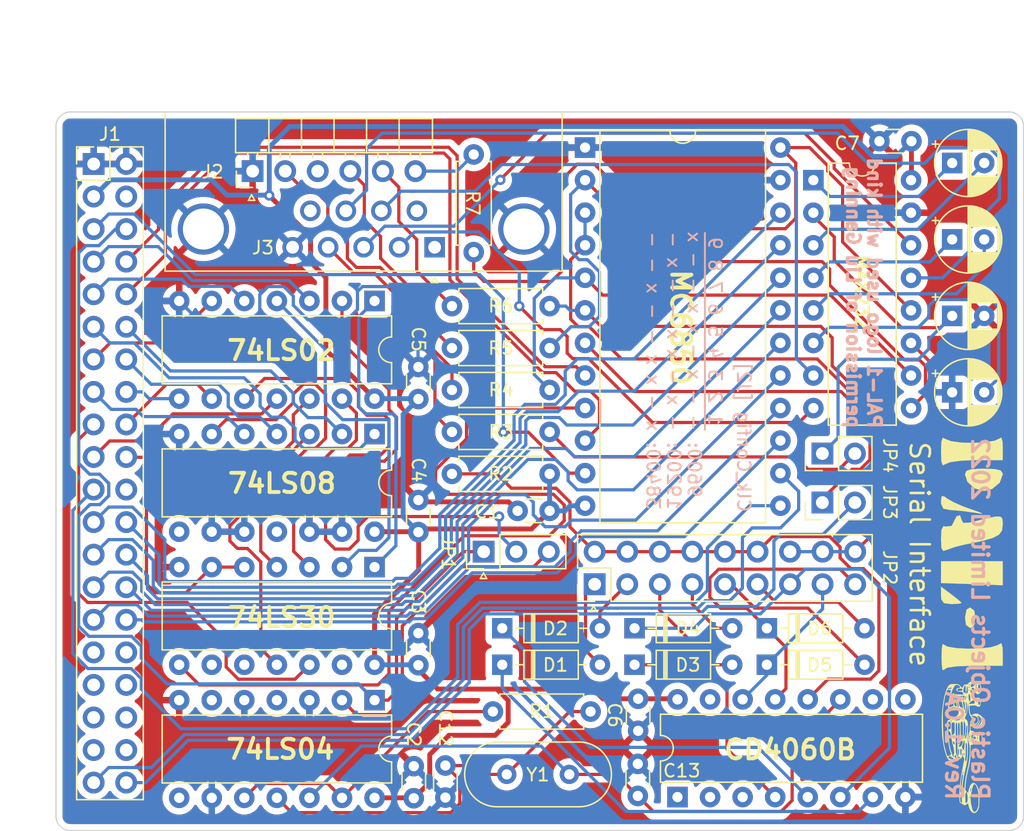
<source format=kicad_pcb>
(kicad_pcb (version 20211014) (generator pcbnew)
  (layers (0 "F.Cu" signal) (31 "B.Cu" signal) (34 "B.Paste" user) (35 "F.Paste" user) (36 "B.SilkS" user "B.Silkscreen") (37 "F.SilkS" user "F.Silkscreen") (38 "B.Mask" user) (39 "F.Mask" user) (44 "Edge.Cuts" user))
  (net 0 "")
  (net 1 "Net-(D1-Pad1)")
  (net 2 "Net-(D1-Pad2)")
  (net 3 "Net-(D2-Pad1)")
  (net 4 "Net-(D3-Pad1)")
  (net 5 "Net-(D4-Pad1)")
  (net 6 "Net-(JP2-Pad10)")
  (net 7 "Net-(D5-Pad1)")
  (net 8 "GND")
  (net 9 "VCC")
  (net 10 "RESET")
  (net 11 "A0")
  (net 12 "A1")
  (net 13 "A2")
  (net 14 "A3")
  (net 15 "A4")
  (net 16 "A5")
  (net 17 "A6")
  (net 18 "A7")
  (net 19 "A8")
  (net 20 "A9")
  (net 21 "A10")
  (net 22 "A11")
  (net 23 "A12")
  (net 24 "A13")
  (net 25 "A14")
  (net 26 "A15")
  (net 27 "R{slash}~{W}")
  (net 28 "PHI2")
  (net 29 "D0")
  (net 30 "D1")
  (net 31 "D2")
  (net 32 "D3")
  (net 33 "D4")
  (net 34 "D5")
  (net 35 "D6")
  (net 36 "D7")
  (net 37 "SYNC")
  (net 38 "RDY")
  (net 39 "NMI")
  (net 40 "TAPE")
  (net 41 "DEN")
  (net 42 "SST")
  (net 43 "IO3")
  (net 44 "PB7")
  (net 45 "PHI1")
  (net 46 "IRQ")
  (net 47 "CLK")
  (net 48 "/CTS#")
  (net 49 "/Tx_D")
  (net 50 "/Rx_D")
  (net 51 "Net-(C11-Pad2)")
  (net 52 "Net-(C12-Pad2)")
  (net 53 "Net-(C9-Pad1)")
  (net 54 "Net-(C13-Pad2)")
  (net 55 "Net-(C9-Pad2)")
  (net 57 "Net-(C10-Pad1)")
  (net 58 "/RTS#")
  (net 60 "/RXD")
  (net 61 "/TXD")
  (net 62 "/DTR")
  (net 63 "/RTS")
  (net 64 "/CTS")
  (net 66 "Net-(R1-Pad2)")
  (net 69 "Net-(C8-Pad1)")
  (net 70 "Net-(C8-Pad2)")
  (net 71 "Net-(J2-Pad2)")
  (net 72 "Net-(J2-Pad4)")
  (net 73 "Net-(J2-Pad5)")
  (net 74 "Net-(J2-Pad6)")
  (net 76 "Net-(D2-Pad2)")
  (net 82 "Net-(D3-Pad2)")
  (net 84 "Net-(U3-Pad1)")
  (net 85 "Net-(U3-Pad2)")
  (net 86 "Net-(U3-Pad3)")
  (net 87 "Net-(U3-Pad4)")
  (net 88 "Net-(U3-Pad5)")
  (net 89 "Net-(U3-Pad11)")
  (net 93 "Net-(U1-Pad9)")
  (net 94 "Net-(D4-Pad2)")
  (net 95 "Net-(D5-Pad2)")
  (net 96 "Net-(D6-Pad1)")
  (net 97 "Net-(D6-Pad2)")
  (net 98 "Net-(JP1-Pad2)")
  (net 99 "Net-(JP1-Pad3)")
  (net 100 "Net-(JP3-Pad1)")
  (net 101 "Net-(JP4-Pad2)")
  (footprint "Package_DIP:DIP-16_W7.62mm" (layer "F.Cu") (at 148.1816 124.196 90)
    (fp_text reference "U2" hide)
    (fp_text value "CD4060BE")
  )
  (footprint "Capacitor_THT:C_Disc_D3.0mm_W1.6mm_P2.50mm" (layer "F.Cu") (at 145.0848 121.6098 -90)
    (fp_text reference "C13")
    (fp_text value "33pF")
  )
  (footprint "LOGO" (layer "F.Cu") (at 170.434 120.3198 -90)
    (fp_text reference "G***" hide)
    (fp_text value "LOGO" hide)
  )
  (footprint "PAL-1:logo_eb" (layer "F.Cu") (at 171.1452 105.1306 -90)
    (fp_text reference "G***" hide)
    (fp_text value "LOGO" hide)
  )
  (footprint "Capacitor_THT:C_Disc_D3.0mm_W1.6mm_P2.50mm" (layer "F.Cu") (at 127.965674 90.6464 -90)
    (fp_text reference "C5")
    (fp_text value "0.1uF")
  )
  (footprint "Resistor_THT:R_Axial_DIN0207_L6.3mm_D2.5mm_P7.62mm_Horizontal" (layer "F.Cu") (at 130.5868 85.8964)
    (fp_text reference "R6")
    (fp_text value "2K2")
  )
  (footprint "Diode_THT:D_DO-35_SOD27_P7.62mm_Horizontal" (layer "F.Cu") (at 144.8299 111.0284)
    (fp_text reference "D4")
    (fp_text value "1N4148")
  )
  (footprint "Capacitor_THT:C_Disc_D3.0mm_W1.6mm_P2.50mm" (layer "F.Cu") (at 135.7068 101.8691)
    (fp_text reference "C1")
    (fp_text value "0.1uF")
  )
  (footprint "Package_DIP:DIP-16_W7.62mm" (layer "F.Cu") (at 158.7816 76.073)
    (fp_text reference "U7" hide)
    (fp_text value "MAX232")
  )
  (footprint "Capacitor_THT:C_Disc_D3.0mm_W1.6mm_P2.50mm" (layer "F.Cu") (at 163.9316 73.033)
    (fp_text reference "C7")
    (fp_text value "0.1uF" hide)
  )
  (footprint "Resistor_THT:R_Axial_DIN0207_L6.3mm_D2.5mm_P7.62mm_Horizontal" (layer "F.Cu") (at 141.4018 117.5258 180)
    (fp_text reference "R1")
    (fp_text value "2K2")
  )
  (footprint "Package_DIP:DIP-14_W7.62mm" (layer "F.Cu") (at 124.548 116.6368 -90)
    (fp_text reference "U6" hide)
    (fp_text value "74LS04")
  )
  (footprint "Resistor_THT:R_Axial_DIN0207_L6.3mm_D2.5mm_P7.62mm_Horizontal" (layer "F.Cu") (at 130.5868 89.16825)
    (fp_text reference "R5")
    (fp_text value "2K2")
  )
  (footprint "Diode_THT:D_DO-35_SOD27_P7.62mm_Horizontal" (layer "F.Cu") (at 155.15 113.8732)
    (fp_text reference "D5")
    (fp_text value "1N4148")
  )
  (footprint "Capacitor_THT:CP_Radial_D5.0mm_P2.50mm" (layer "F.Cu") (at 169.609888 80.696333)
    (fp_text reference "C9" hide)
    (fp_text value "1.0uF")
  )
  (footprint "Capacitor_THT:CP_Radial_D5.0mm_P2.50mm" (layer "F.Cu") (at 169.609888 86.659666)
    (fp_text reference "C10" hide)
    (fp_text value "1.0uF")
  )
  (footprint "Connector_PinHeader_2.54mm:PinHeader_2x20_P2.54mm_Vertical" (layer "F.Cu") (at 102.6364 74.808)
    (fp_text reference "J1")
    (fp_text value "Conn_02x20_Odd_Even")
  )
  (footprint "Package_DIP:DIP-14_W7.62mm" (layer "F.Cu") (at 124.548 95.876533 -90)
    (fp_text reference "U4" hide)
    (fp_text value "74LS08")
  )
  (footprint "Capacitor_THT:CP_Radial_D5.0mm_P2.50mm" (layer "F.Cu") (at 169.609888 92.623)
    (fp_text reference "C11" hide)
    (fp_text value "1.0uF")
  )
  (footprint "Package_DIP:DIP-14_W7.62mm" (layer "F.Cu") (at 124.548 106.256666 -90)
    (fp_text reference "U3" hide)
    (fp_text value "74LS30")
  )
  (footprint "Crystal:Crystal_HC49-4H_Vertical" (layer "F.Cu") (at 134.8624 122.428)
    (fp_text reference "Y1")
    (fp_text value "4.0Mhz")
  )
  (footprint "Capacitor_THT:C_Disc_D3.0mm_W1.6mm_P2.50mm" (layer "F.Cu") (at 127.6096 121.7868 -90)
    (fp_text reference "C2")
    (fp_text value "0.1uF")
  )
  (footprint "Resistor_THT:R_Axial_DIN0207_L6.3mm_D2.5mm_P7.62mm_Horizontal" (layer "F.Cu") (at 130.5868 95.71195)
    (fp_text reference "R3")
    (fp_text value "2K7" hide)
  )
  (footprint "Connector_Dsub:DSUB-9_Male_Horizontal_P2.77x2.84mm_EdgePinOffset7.70mm_Housed_MountingHolesOffset9.12mm" (layer "F.Cu") (at 129.2352 81.3054 180)
    (fp_text reference "J3")
    (fp_text value "DB9_Male")
  )
  (footprint "Package_DIP:DIP-24_W15.24mm" (layer "F.Cu") (at 140.97 73.528)
    (fp_text reference "U1" hide)
    (fp_text value "MC6850")
  )
  (footprint "Resistor_THT:R_Axial_DIN0207_L6.3mm_D2.5mm_P7.62mm_Horizontal" (layer "F.Cu") (at 130.5868 98.9838)
    (fp_text reference "R2")
    (fp_text value "10K" hide)
  )
  (footprint "Resistor_THT:R_Axial_DIN0207_L6.3mm_D2.5mm_P7.62mm_Horizontal" (layer "F.Cu") (at 132.2832 74.0664 -90)
    (fp_text reference "R7")
    (fp_text value "2K2")
  )
  (footprint "Connector_PinHeader_2.54mm:PinHeader_1x06_P2.54mm_Horizontal" (layer "F.Cu") (at 115.0366 75.368 90)
    (fp_text reference "J2")
    (fp_text value "Conn_01x06_Male")
  )
  (footprint "Connector_PinHeader_2.54mm:PinHeader_1x03_P2.54mm_Vertical" (layer "F.Cu") (at 133.0602 105.0544 90)
    (fp_text reference "JP1")
    (fp_text value "addr select")
  )
  (footprint "Capacitor_THT:C_Disc_D3.0mm_W1.6mm_P2.50mm" (layer "F.Cu") (at 127.965674 111.406666 -90)
    (fp_text reference "C3")
    (fp_text value "0.1uF")
  )
  (footprint "Capacitor_THT:C_Disc_D3.0mm_W1.6mm_P2.50mm" (layer "F.Cu") (at 130.0734 124.2368 90)
    (fp_text reference "C12")
    (fp_text value "33pF")
  )
  (footprint "Capacitor_THT:C_Disc_D3.0mm_W1.6mm_P2.50mm" (layer "F.Cu") (at 145.1102 119.0298 90)
    (fp_text reference "C6")
    (fp_text value "0.1uF")
  )
  (footprint "Connector_PinHeader_2.54mm:PinHeader_1x02_P2.54mm_Vertical" (layer "F.Cu") (at 159.4816 97.3968 90)
    (fp_text reference "JP4")
    (fp_text value "Jumper_2_Open")
  )
  (footprint "Diode_THT:D_DO-35_SOD27_P7.62mm_Horizontal" (layer "F.Cu") (at 134.5098 113.8732)
    (fp_text reference "D1")
    (fp_text value "1N4148")
  )
  (footprint "Connector_PinHeader_2.54mm:PinHeader_2x09_P2.54mm_Vertical" (layer "F.Cu") (at 141.72 107.5944 90)
    (fp_text reference "JP2")
    (fp_text value "Conn_02x09_Odd_Even")
  )
  (footprint "Capacitor_THT:C_Disc_D3.0mm_W1.6mm_P2.50mm" (layer "F.Cu") (at 127.965674 101.026533 -90)
    (fp_text reference "C4")
    (fp_text value "0.1uF")
  )
  (footprint "Diode_THT:D_DO-35_SOD27_P7.62mm_Horizontal" (layer "F.Cu") (at 134.5098 111.0284)
    (fp_text reference "D2")
    (fp_text value "1N4148")
  )
  (footprint "Connector_PinHeader_2.54mm:PinHeader_1x02_P2.54mm_Vertical" (layer "F.Cu") (at 159.4816 101.2206 90)
    (fp_text reference "JP3")
    (fp_text value "Jumper_2_Open")
  )
  (footprint "Resistor_THT:R_Axial_DIN0207_L6.3mm_D2.5mm_P7.62mm_Horizontal" (layer "F.Cu") (at 130.5868 92.4401)
    (fp_text reference "R4")
    (fp_text value "2K2")
  )
  (footprint "Package_DIP:DIP-14_W7.62mm" (layer "F.Cu") (at 124.548 85.4964 -90)
    (fp_text reference "U5" hide)
    (fp_text value "74LS02")
  )
  (footprint "Diode_THT:D_DO-35_SOD27_P7.62mm_Horizontal" (layer "F.Cu") (at 155.15 111.0284)
    (fp_text reference "D6")
    (fp_text value "1N4148")
  )
  (footprint "Capacitor_THT:CP_Radial_D5.0mm_P2.50mm" (layer "F.Cu") (at 169.609888 74.733)
    (fp_text reference "C8" hide)
    (fp_text value "1.0uF")
  )
  (footprint "Diode_THT:D_DO-35_SOD27_P7.62mm_Horizontal" (layer "F.Cu") (at 144.8299 113.8732)
    (fp_text reference "D3")
    (fp_text value "1N4148")
  )
  (gr_line (start 132.806194 107.150507) (end 133.2972 107.150507) (layer "F.SilkS") (width 0.12))
  (gr_line (start 141.8824 109.715907) (end 141.6324 109.282894) (layer "F.SilkS") (width 0.12))
  (gr_line (start 133.2972 107.150507) (end 133.0472 106.717494) (layer "F.SilkS") (width 0.12))
  (gr_line (start 141.6324 109.282894) (end 141.3824 109.715907) (layer "F.SilkS") (width 0.12))
  (gr_line (start 115.205903 77.6478) (end 114.955903 77.214787) (layer "F.SilkS") (width 0.12))
  (gr_line (start 114.714897 77.6478) (end 115.205903 77.6478) (layer "F.SilkS") (width 0.12))
  (gr_line (start 141.391394 109.715907) (end 141.8824 109.715907) (layer "F.SilkS") (width 0.12))
  (gr_line (start 133.0472 106.717494) (end 132.7972 107.150507) (layer "F.SilkS") (width 0.12))
  (gr_line (start 114.955903 77.214787) (end 114.705903 77.6478) (layer "F.SilkS") (width 0.12))
  (gr_arc locked (start 99.6964 71.872) (mid 100.02444 71.08004) (end 100.8164 70.752) (layer "Edge.Cuts") (width 0.1))
  (gr_arc locked (start 100.8164 126.812) (mid 100.02444 126.48396) (end 99.6964 125.692) (layer "Edge.Cuts") (width 0.1))
  (gr_arc (start 174.06 70.752) (mid 174.85196 71.08004) (end 175.18 71.872) (layer "Edge.Cuts") (width 0.1))
  (gr_line (start 175.18 125.692) (end 175.18 71.872) (layer "Edge.Cuts") (width 0.1))
  (gr_line locked (start 174.06 70.752) (end 100.8164 70.752) (layer "Edge.Cuts") (width 0.1))
  (gr_line locked (start 100.8164 126.812) (end 174.06 126.812) (layer "Edge.Cuts") (width 0.1))
  (gr_arc (start 175.18 125.692) (mid 174.85196 126.48396) (end 174.06 126.812) (layer "Edge.Cuts") (width 0.1))
  (gr_line locked (start 99.6964 71.872) (end 99.6964 125.692) (layer "Edge.Cuts") (width 0.1))
  (gr_text "Plastic Objects Limited 2022\nRev 1.0A" (at 170.7642 124.5616 270) (layer "B.SilkS") (effects (font (size 1.27 1.27) (thickness 0.254)) (justify left mirror)))
  (gr_text "PAL-1 logo used with kind\npermission of Liu Ganning" (at 162.7124 95.5548 270) (layer "B.SilkS") (effects (font (size 1.016 1.016) (thickness 0.254)) (justify left mirror)))
  (gr_text "Clk_Config [J2]" (at 153.3476 102.056495 270) (layer "B.SilkS") (effects (font (size 1 1)) (justify left mirror)))
  (gr_text "1 2 3 4 5 6 7 8 9\n~{- - x - x x - - x}\n- x - x x - - x -\nx - x x - - x - -" (at 148.6916 87.8586 270) (layer "B.SilkS") (effects (font (size 1 1)) (justify mirror)))
  (gr_text "9600:\n19200:\n38400:" (at 147.8866 96.4184 270) (layer "B.SilkS") (effects (font (size 1 1)) (justify right mirror)))
  (gr_text "MAX232" (at 162.56 84.8106 270) (layer "F.SilkS") (effects (font (size 1 1) (thickness 0.2))))
  (gr_text "74LS04" (at 117.1956 120.4722) (layer "F.SilkS") (effects (font (size 1.5 1.5) (thickness 0.3))))
  (gr_text "74LS08" (at 117.3226 99.7204) (layer "F.SilkS") (effects (font (size 1.5 1.5) (thickness 0.3))))
  (gr_text "Serial Interface" (at 167.0558 96.3422 270) (layer "F.SilkS") (effects (font (size 1.5 1.5) (thickness 0.2)) (justify left)))
  (gr_text "74LS02" (at 117.2718 89.3572) (layer "F.SilkS") (effects (font (size 1.5 1.5) (thickness 0.3))))
  (gr_text "MC6850" (at 148.4376 87.5538 270) (layer "F.SilkS") (effects (font (size 1.5 1.5) (thickness 0.3))))
  (gr_text "CD4060B" (at 156.972 120.4976) (layer "F.SilkS") (effects (font (size 1.5 1.5) (thickness 0.3))))
  (gr_text "74LS30" (at 117.2972 110.1852) (layer "F.SilkS") (effects (font (size 1.5 1.5) (thickness 0.3))))
  (segment (start 160.988289 125.320511) (end 144.1545 125.320511) (width 0.25) (layer "B.Cu") (net 1))
  (segment (start 162.297089 125.320511) (end 160.988289 125.320511) (width 0.25) (layer "B.Cu") (net 1))
  (segment (start 163.4216 124.196) (end 162.297089 125.320511) (width 0.25) (layer "B.Cu") (net 1))
  (segment (start 144.1545 125.320511) (end 134.5098 115.675811) (width 0.25) (layer "B.Cu") (net 1))
  (segment (start 134.5098 115.675811) (end 134.5098 113.8732) (width 0.25) (layer "B.Cu") (net 1))
  (segment (start 141.005289 108.309111) (end 141.005289 112.748689) (width 0.25) (layer "F.Cu") (net 2))
  (segment (start 141.005289 112.748689) (end 142.1298 113.8732) (width 0.25) (layer "F.Cu") (net 2))
  (segment (start 141.72 107.5944) (end 141.005289 108.309111) (width 0.25) (layer "F.Cu") (net 2))
  (segment (start 141.3764 120.3198) (end 136.2456 115.189) (width 0.25) (layer "B.Cu") (net 3))
  (segment (start 136.2456 115.189) (end 136.2456 112.7642) (width 0.25) (layer "B.Cu") (net 3))
  (segment (start 136.2456 112.7642) (end 134.5098 111.0284) (width 0.25) (layer "B.Cu") (net 3))
  (segment (start 154.4654 120.3198) (end 141.3764 120.3198) (width 0.25) (layer "B.Cu") (net 3))
  (segment (start 158.3416 124.196) (end 154.4654 120.3198) (width 0.25) (layer "B.Cu") (net 3))
  (segment (start 150.0174 113.8732) (end 152.0444 115.9002) (width 0.25) (layer "F.Cu") (net 4))
  (segment (start 152.0444 120.4388) (end 155.8016 124.196) (width 0.25) (layer "F.Cu") (net 4))
  (segment (start 144.8299 113.8732) (end 150.0174 113.8732) (width 0.25) (layer "F.Cu") (net 4))
  (segment (start 152.0444 115.9002) (end 152.0444 120.4388) (width 0.25) (layer "F.Cu") (net 4))
  (segment (start 154.650511 109.903889) (end 156.96 107.5944) (width 0.25) (layer "B.Cu") (net 5))
  (segment (start 144.8299 111.0284) (end 149.474121 111.0284) (width 0.25) (layer "B.Cu") (net 5))
  (segment (start 156.96 107.5944) (end 158.134511 106.419889) (width 0.25) (layer "B.Cu") (net 5))
  (segment (start 164.719 108.61239) (end 164.719 120.3586) (width 0.25) (layer "B.Cu") (net 5))
  (segment (start 162.526499 106.419889) (end 164.719 108.61239) (width 0.25) (layer "B.Cu") (net 5))
  (segment (start 149.474121 111.0284) (end 150.598632 109.903889) (width 0.25) (layer "B.Cu") (net 5))
  (segment (start 164.719 120.3586) (end 160.8816 124.196) (width 0.25) (layer "B.Cu") (net 5))
  (segment (start 158.134511 106.419889) (end 162.526499 106.419889) (width 0.25) (layer "B.Cu") (net 5))
  (segment (start 150.598632 109.903889) (end 154.650511 109.903889) (width 0.25) (layer "B.Cu") (net 5))
  (segment (start 160.865489 104.693867) (end 160.865489 105.540899) (width 0.25) (layer "F.Cu") (net 6))
  (segment (start 154.42 105.0544) (end 155.594511 103.879889) (width 0.25) (layer "F.Cu") (net 6))
  (segment (start 162.687 106.3752) (end 163.894511 107.582711) (width 0.25) (layer "F.Cu") (net 6))
  (segment (start 155.594511 103.879889) (end 160.051511 103.879889) (width 0.25) (layer "F.Cu") (net 6))
  (segment (start 134.092908 98.9838) (end 130.5868 98.9838) (width 0.25) (layer "F.Cu") (net 6))
  (segment (start 163.894511 114.338989) (end 163.235789 114.997711) (width 0.25) (layer "F.Cu") (net 6))
  (segment (start 139.79391 101.185206) (end 138.710104 100.1014) (width 0.25) (layer "F.Cu") (net 6))
  (segment (start 137.741011 100.108311) (end 137.7341 100.1014) (width 0.25) (layer "F.Cu") (net 6))
  (segment (start 161.69979 106.3752) (end 162.687 106.3752) (width 0.25) (layer "F.Cu") (net 6))
  (segment (start 135.210508 100.1014) (end 134.092908 98.9838) (width 0.25) (layer "F.Cu") (net 6))
  (segment (start 160.865489 105.540899) (end 161.69979 106.3752) (width 0.25) (layer "F.Cu") (net 6))
  (segment (start 141.72 105.0544) (end 154.42 105.0544) (width 0.25) (layer "F.Cu") (net 6))
  (segment (start 159.919889 114.997711) (end 158.3416 116.576) (width 0.25) (layer "F.Cu") (net 6))
  (segment (start 138.672589 100.108311) (end 137.741011 100.108311) (width 0.25) (layer "F.Cu") (net 6))
  (segment (start 138.6795 100.1014) (end 138.672589 100.108311) (width 0.25) (layer "F.Cu") (net 6))
  (segment (start 141.72 105.0544) (end 139.793911 103.128311) (width 0.25) (layer "F.Cu") (net 6))
  (segment (start 163.235789 114.997711) (end 159.919889 114.997711) (width 0.25) (layer "F.Cu") (net 6))
  (segment (start 163.894511 107.582711) (end 163.894511 114.338989) (width 0.25) (layer "F.Cu") (net 6))
  (segment (start 137.7341 100.1014) (end 135.210508 100.1014) (width 0.25) (layer "F.Cu") (net 6))
  (segment (start 138.710104 100.1014) (end 138.6795 100.1014) (width 0.25) (layer "F.Cu") (net 6))
  (segment (start 139.793911 103.128311) (end 139.79391 101.185206) (width 0.25) (layer "F.Cu") (net 6))
  (segment (start 160.051511 103.879889) (end 160.865489 104.693867) (width 0.25) (layer "F.Cu") (net 6))
  (segment (start 153.2616 116.576) (end 155.15 114.6876) (width 0.25) (layer "B.Cu") (net 7))
  (segment (start 155.15 114.6876) (end 155.15 113.8732) (width 0.25) (layer "B.Cu") (net 7))
  (segment (start 159.5 109.5232) (end 159.5 107.5944) (width 0.25) (layer "B.Cu") (net 7))
  (segment (start 155.15 113.8732) (end 159.5 109.5232) (width 0.25) (layer "B.Cu") (net 7))
  (segment (start 128.107341 101.1682) (end 135.0059 101.1682) (width 0.381) (layer "F.Cu") (net 8))
  (segment (start 135.0059 101.1682) (end 135.7068 101.8691) (width 0.381) (layer "F.Cu") (net 8))
  (segment (start 127.965674 101.026533) (end 128.107341 101.1682) (width 0.381) (layer "F.Cu") (net 8))
  (segment (start 109.308 85.4964) (end 110.7812 86.9696) (width 0.25) (layer "B.Cu") (net 8))
  (segment (start 116.237311 84.371889) (end 117.469039 84.371889) (width 0.25) (layer "B.Cu") (net 8))
  (segment (start 119.3509 86.9696) (end 122.4026 86.9696) (width 0.25) (layer "B.Cu") (net 8))
  (segment (start 118.2116 85.8303) (end 119.3509 86.9696) (width 0.25) (layer "B.Cu") (net 8))
  (segment (start 127.9398 85.2424) (end 127.9398 90.3162) (width 0.25) (layer "B.Cu") (net 8))
  (segment (start 115.5954 85.0138) (end 116.237311 84.371889) (width 0.25) (layer "B.Cu") (net 8))
  (segment (start 127.069289 84.371889) (end 127.9398 85.2424) (width 0.25) (layer "B.Cu") (net 8))
  (segment (start 117.469039 84.371889) (end 118.2116 85.11445) (width 0.25) (layer "B.Cu") (net 8))
  (segment (start 118.2116 85.11445) (end 118.2116 85.8303) (width 0.25) (layer "B.Cu") (net 8))
  (segment (start 123.2154 84.7598) (end 123.603311 84.371889) (width 0.25) (layer "B.Cu") (net 8))
  (segment (start 110.7812 86.9696) (end 115.2398 86.9696) (width 0.25) (layer "B.Cu") (net 8))
  (segment (start 115.5954 86.614) (end 115.5954 85.0138) (width 0.25) (layer "B.Cu") (net 8))
  (segment (start 123.603311 84.371889) (end 127.069289 84.371889) (width 0.25) (layer "B.Cu") (net 8))
  (segment (start 123.2154 86.1568) (end 123.2154 84.7598) (width 0.25) (layer "B.Cu") (net 8))
  (segment (start 122.4026 86.9696) (end 123.2154 86.1568) (width 0.25) (layer "B.Cu") (net 8))
  (segment (start 115.2398 86.9696) (end 115.5954 86.614) (width 0.25) (layer "B.Cu") (net 8))
  (segment (start 134.971811 117.826811) (end 134.971811 118.367789) (width 0.381) (layer "F.Cu") (net 9))
  (segment (start 127.965674 103.526533) (end 128.211485 103.280722) (width 0.381) (layer "F.Cu") (net 9))
  (segment (start 142.3616 116.5298) (end 142.6156 116.5298) (width 0.381) (layer "F.Cu") (net 9))
  (segment (start 127.5796 124.2568) (end 127.6096 124.2868) (width 0.25) (layer "F.Cu") (net 9))
  (segment (start 134.971811 116.658411) (end 134.971811 117.826811) (width 0.381) (layer "F.Cu") (net 9))
  (segment (start 130.3528 119.38) (end 128.8542 120.8786) (width 0.381) (layer "F.Cu") (net 9))
  (segment (start 129.4784 115.7732) (end 134.0866 115.7732) (width 0.381) (layer "F.Cu") (net 9))
  (segment (start 120.7516 89.32) (end 120.7516 83.66424) (width 0.381) (layer "F.Cu") (net 9))
  (segment (start 127.6096 113.9044) (end 128.8434 115.1382) (width 0.381) (layer "F.Cu") (net 9))
  (segment (start 141.9225 116.0907) (end 142.3616 116.5298) (width 0.381) (layer "F.Cu") (net 9))
  (segment (start 166.4316 76.043) (end 166.4016 76.073) (width 0.381) (layer "F.Cu") (net 9))
  (segment (start 141.605 115.7732) (end 141.9225 116.0907) (width 0.381) (layer "F.Cu") (net 9))
  (segment (start 134.971811 118.367789) (end 133.9596 119.38) (width 0.381) (layer "F.Cu") (net 9))
  (segment (start 166.4316 73.033) (end 166.4316 76.043) (width 0.381) (layer "F.Cu") (net 9))
  (segment (start 124.548 109.919031) (end 124.548 113.876666) (width 0.381) (layer "F.Cu") (net 9))
  (segment (start 128.8542 120.8786) (end 128.8542 123.0422) (width 0.381) (layer "F.Cu") (net 9))
  (segment (start 124.548 103.496533) (end 127.5796 103.496533) (width 0.381) (layer "F.Cu") (net 9))
  (segment (start 145.1102 116.5298) (end 148.1354 116.5298) (width 0.381) (layer "F.Cu") (net 9))
  (segment (start 119.5578 82.47044) (end 119.5578 80.4926) (width 0.381) (layer "F.Cu") (net 9))
  (segment (start 136.795178 103.280722) (end 138.2068 101.8691) (width 0.381) (layer "F.Cu") (net 9))
  (segment (start 127.9906 103.907533) (end 127.9906 106.476431) (width 0.381) (layer "F.Cu") (net 9))
  (segment (start 134.0866 115.7732) (end 141.605 115.7732) (width 0.381) (layer "F.Cu") (net 9))
  (segment (start 124.548 124.2568) (end 127.5796 124.2568) (width 0.381) (layer "F.Cu") (net 9))
  (segment (start 127.9906 106.476431) (end 124.548 109.919031) (width 0.381) (layer "F.Cu") (net 9))
  (segment (start 119.5578 80.4926) (end 116.332 77.2668) (width 0.381) (layer "F.Cu") (net 9))
  (segment (start 128.8542 123.0422) (end 127.6096 124.2868) (width 0.381) (layer "F.Cu") (net 9))
  (segment (start 134.0866 115.7732) (end 134.971811 116.658411) (width 0.381) (layer "F.Cu") (net 9))
  (segment (start 124.548 93.1164) (end 120.7516 89.32) (width 0.381) (layer "F.Cu") (net 9))
  (segment (start 127.9652 103.882133) (end 127.9906 103.907533) (width 0.381) (layer "F.Cu") (net 9))
  (segment (start 148.1354 116.5298) (end 148.1816 116.576) (width 0.381) (layer "F.Cu") (net 9))
  (segment (start 142.6156 116.5298) (end 145.1102 116.5298) (width 0.381) (layer "F.Cu") (net 9))
  (segment (start 120.7516 83.66424) (end 119.5578 82.47044) (width 0.381) (layer "F.Cu") (net 9))
  (segment (start 133.9596 119.38) (end 130.3528 119.38) (width 0.381) (layer "F.Cu") (net 9))
  (segment (start 128.8434 115.1382) (end 129.4784 115.7732) (width 0.381) (layer "F.Cu") (net 9))
  (segment (start 128.211485 103.280722) (end 136.795178 103.280722) (width 0.381) (layer "F.Cu") (net 9))
  (via (at 116.332 77.2668) (size 0.8) (drill 0.4) (layers "F.Cu" "B.Cu") (net 9))
  (segment (start 126.775663 94.336411) (end 126.775663 102.336522) (width 0.381) (layer "B.Cu") (net 9))
  (segment (start 113.03 77.2414) (end 116.336589 77.2414) (width 0.381) (layer "B.Cu") (net 9))
  (segment (start 116.336589 77.2414) (end 116.336589 73.490567) (width 0.381) (layer "B.Cu") (net 9))
  (segment (start 138.2068 98.9838) (end 138.2068 101.8691) (width 0.381) (layer "B.Cu") (net 9))
  (segment (start 117.938678 71.888478) (end 161.093278 71.888478) (width 0.381) (layer "B.Cu") (net 9))
  (segment (start 102.6364 77.348) (end 103.936389 76.048011) (width 0.381) (layer "B.Cu") (net 9))
  (segment (start 103.936389 76.048011) (end 106.120789 76.048011) (width 0.381) (layer "B.Cu") (net 9))
  (segment (start 139.4055 101.8691) (end 139.8016 101.473) (width 0.381) (layer "B.Cu") (net 9))
  (segment (start 127.965674 93.1464) (end 126.775663 94.336411) (width 0.381) (layer "B.Cu") (net 9))
  (segment (start 127.581866 113.876666) (end 127.6096 113.9044) (width 0.25) (layer "B.Cu") (net 9))
  (segment (start 116.336589 73.490567) (end 117.938678 71.888478) (width 0.381) (layer "B.Cu") (net 9))
  (segment (start 124.548 93.1164) (end 127.935674 93.1164) (width 0.381) (layer "B.Cu") (net 9))
  (segment (start 127.935674 93.1164) (end 127.965674 93.1464) (width 0.381) (layer "B.Cu") (net 9))
  (segment (start 163.43868 74.223011) (end 165.241589 74.223011) (width 0.381) (layer "B.Cu") (net 9))
  (segment (start 161.4629 72.247231) (end 163.43868 74.223011) (width 0.381) (layer "B.Cu") (net 9))
  (segment (start 124.548 113.876666) (end 127.581866 113.876666) (width 0.381) (layer "B.Cu") (net 9))
  (segment (start 126.775663 102.336522) (end 127.965674 103.526533) (width 0.381) (layer "B.Cu") (net 9))
  (segment (start 161.452031 72.247231) (end 161.4629 72.247231) (width 0.381) (layer "B.Cu") (net 9))
  (segment (start 139.8016 101.473) (end 140.97 101.473) (width 0.381) (layer "B.Cu") (net 9))
  (segment (start 138.2068 101.8691) (end 139.4055 101.8691) (width 0.381) (layer "B.Cu") (net 9))
  (segment (start 111.8362 76.0476) (end 113.03 77.2414) (width 0.381) (layer "B.Cu") (net 9))
  (segment (start 165.241589 74.223011) (end 166.4316 73.033) (width 0.381) (layer "B.Cu") (net 9))
  (segment (start 106.1212 76.0476) (end 111.8362 76.0476) (width 0.381) (layer "B.Cu") (net 9))
  (segment (start 106.120789 76.048011) (end 106.1212 76.0476) (width 0.381) (layer "B.Cu") (net 9))
  (segment (start 161.093278 71.888478) (end 161.452031 72.247231) (width 0.381) (layer "B.Cu") (net 9))
  (segment (start 136.5459 95.7326) (end 134.5946 95.7326) (width 0.25) (layer "F.Cu") (net 11))
  (segment (start 140.97 98.928) (end 139.7413 98.928) (width 0.25) (layer "F.Cu") (net 11))
  (segment (start 139.7413 98.928) (end 136.5459 95.7326) (width 0.25) (layer "F.Cu") (net 11))
  (via (at 134.5946 95.7326) (size 0.8) (drill 0.4) (layers "F.Cu" "B.Cu") (net 11))
  (segment (start 102.6364 79.888) (end 103.810911 78.713489) (width 0.25) (layer "B.Cu") (net 11))
  (segment (start 132.7404 83.439) (end 134.5946 85.2932) (width 0.25) (layer "B.Cu") (net 11))
  (segment (start 134.5946 85.2932) (end 134.5946 95.7326) (width 0.25) (layer "B.Cu") (net 11))
  (segment (start 105.815289 78.713489) (end 110.5408 83.439) (width 0.25) (layer "B.Cu") (net 11))
  (segment (start 110.5408 83.439) (end 132.7404 83.439) (width 0.25) (layer "B.Cu") (net 11))
  (segment (start 103.810911 78.713489) (end 105.815289 78.713489) (width 0.25) (layer "B.Cu") (net 11))
  (segment (start 126.2634 110.260696) (end 131.469696 105.0544) (width 0.25) (layer "F.Cu") (net 12))
  (segment (start 131.469696 105.0544) (end 133.0602 105.0544) (width 0.25) (layer "F.Cu") (net 12))
  (segment (start 126.2634 115.9714) (end 126.2634 110.260696) (width 0.25) (layer "F.Cu") (net 12))
  (segment (start 125.598 116.6368) (end 126.2634 115.9714) (width 0.25) (layer "F.Cu") (net 12))
  (segment (start 124.548 116.6368) (end 125.598 116.6368) (width 0.25) (layer "F.Cu") (net 12))
  (segment (start 102.0318 81.1784) (end 103.0478 81.1784) (width 0.25) (layer "B.Cu") (net 12))
  (segment (start 103.810911 99.721501) (end 103.09861 99.0092) (width 0.25) (layer "B.Cu") (net 12))
  (segment (start 103.122899 101.382511) (end 103.810911 100.694499) (width 0.25) (layer "B.Cu") (net 12))
  (segment (start 103.09861 99.0092) (end 102.31659 99.0092) (width 0.25) (layer "B.Cu") (net 12))
  (segment (start 102.31659 99.0092) (end 101.461889 98.154499) (width 0.25) (layer "B.Cu") (net 12))
  (segment (start 102.340879 101.382511) (end 103.122899 101.382511) (width 0.25) (layer "B.Cu") (net 12))
  (segment (start 102.26579 111.6584) (end 101.461889 110.854499) (width 0.25) (layer "B.Cu") (net 12))
  (segment (start 104.3382 79.888) (end 105.1764 79.888) (width 0.25) (layer "B.Cu") (net 12))
  (segment (start 101.461889 102.261501) (end 102.340879 101.382511) (width 0.25) (layer "B.Cu") (net 12))
  (segment (start 101.461889 81.748311) (end 102.0318 81.1784) (width 0.25) (layer "B.Cu") (net 12))
  (segment (start 103.0478 81.1784) (end 104.3382 79.888) (width 0.25) (layer "B.Cu") (net 12))
  (segment (start 123.278 115.3668) (end 108.3564 115.3668) (width 0.25) (layer "B.Cu") (net 12))
  (segment (start 106.350911 113.361311) (end 106.350911 112.421501) (width 0.25) (layer "B.Cu") (net 12))
  (segment (start 103.810911 100.694499) (end 103.810911 99.721501) (width 0.25) (layer "B.Cu") (net 12))
  (segment (start 108.3564 115.3668) (end 106.350911 113.361311) (width 0.25) (layer "B.Cu") (net 12))
  (segment (start 101.461889 110.854499) (end 101.461889 102.261501) (width 0.25) (layer "B.Cu") (net 12))
  (segment (start 106.350911 112.421501) (end 105.58781 111.6584) (width 0.25) (layer "B.Cu") (net 12))
  (segment (start 124.548 116.6368) (end 123.317 115.4058) (width 0.25) (layer "B.Cu") (net 12))
  (segment (start 105.58781 111.6584) (end 102.26579 111.6584) (width 0.25) (layer "B.Cu") (net 12))
  (segment (start 124.548 116.6368) (end 123.278 115.3668) (width 0.25) (layer "B.Cu") (net 12))
  (segment (start 101.461889 98.154499) (end 101.461889 81.748311) (width 0.25) (layer "B.Cu") (net 12))
  (segment (start 103.810911 81.253489) (end 107.669489 81.253489) (width 0.25) (layer "B.Cu") (net 13))
  (segment (start 107.669489 81.253489) (end 110.319889 83.903889) (width 0.25) (layer "B.Cu") (net 13))
  (segment (start 110.319889 83.903889) (end 117.875489 83.903889) (width 0.25) (layer "B.Cu") (net 13))
  (segment (start 117.875489 83.903889) (end 119.468 85.4964) (width 0.25) (layer "B.Cu") (net 13))
  (segment (start 102.6364 82.428) (end 103.810911 81.253489) (width 0.25) (layer "B.Cu") (net 13))
  (segment (start 107.696 79.9084) (end 105.1764 82.428) (width 0.25) (layer "F.Cu") (net 14))
  (segment (start 130.9878 83.7692) (end 130.9878 74.168) (width 0.25) (layer "F.Cu") (net 14))
  (segment (start 130.9878 74.168) (end 130.3274 73.5076) (width 0.25) (layer "F.Cu") (net 14))
  (segment (start 130.3274 73.5076) (end 112.6998 73.5076) (width 0.25) (layer "F.Cu") (net 14))
  (segment (start 137.8458 90.6272) (end 130.9878 83.7692) (width 0.25) (layer "F.Cu") (net 14))
  (segment (start 140.2842 90.6272) (end 137.8458 90.6272) (width 0.25) (layer "F.Cu") (net 14))
  (segment (start 107.696 78.5114) (end 107.696 79.9084) (width 0.25) (layer "F.Cu") (net 14))
  (segment (start 112.6998 73.5076) (end 107.696 78.5114) (width 0.25) (layer "F.Cu") (net 14))
  (segment (start 140.97 91.313) (end 140.2842 90.6272) (width 0.25) (layer "F.Cu") (net 14))
  (segment (start 113.245 84.3534) (end 114.388 85.4964) (width 0.25) (layer "B.Cu") (net 15))
  (segment (start 109.498289 83.793489) (end 110.0582 84.3534) (width 0.25) (layer "B.Cu") (net 15))
  (segment (start 110.0582 84.3534) (end 113.245 84.3534) (width 0.25) (layer "B.Cu") (net 15))
  (segment (start 103.810911 83.793489) (end 109.498289 83.793489) (width 0.25) (layer "B.Cu") (net 15))
  (segment (start 102.6364 84.968) (end 103.810911 83.793489) (width 0.25) (layer "B.Cu") (net 15))
  (segment (start 137.685711 91.076711) (end 137.6934 91.0844) (width 0.25) (layer "F.Cu") (net 16))
  (segment (start 138.7094 91.0844) (end 140.1572 92.5322) (width 0.25) (layer "F.Cu") (net 16))
  (segment (start 108.2294 78.7908) (end 113.063089 73.957111) (width 0.25) (layer "F.Cu") (net 16))
  (segment (start 129.964111 73.957111) (end 130.429 74.422) (width 0.25) (layer "F.Cu") (net 16))
  (segment (start 141.4018 92.5322) (end 142.094511 93.224911) (width 0.25) (layer "F.Cu") (net 16))
  (segment (start 130.429 74.422) (end 130.429 83.846104) (width 0.25) (layer "F.Cu") (net 16))
  (segment (start 137.659607 91.076711) (end 137.685711 91.076711) (width 0.25) (layer "F.Cu") (net 16))
  (segment (start 113.063089 73.957111) (end 129.964111 73.957111) (width 0.25) (layer "F.Cu") (net 16))
  (segment (start 130.429 83.846104) (end 137.659607 91.076711) (width 0.25) (layer "F.Cu") (net 16))
  (segment (start 137.6934 91.0844) (end 138.7094 91.0844) (width 0.25) (layer "F.Cu") (net 16))
  (segment (start 142.094511 95.263489) (end 140.97 96.388) (width 0.25) (layer "F.Cu") (net 16))
  (segment (start 140.1572 92.5322) (end 141.4018 92.5322) (width 0.25) (layer "F.Cu") (net 16))
  (segment (start 108.2294 81.915) (end 108.2294 78.7908) (width 0.25) (layer "F.Cu") (net 16))
  (segment (start 105.1764 84.968) (end 108.2294 81.915) (width 0.25) (layer "F.Cu") (net 16))
  (segment (start 142.094511 93.224911) (end 142.094511 95.263489) (width 0.25) (layer "F.Cu") (net 16))
  (segment (start 114.3762 91.4908) (end 115.6208 92.7354) (width 0.25) (layer "B.Cu") (net 17))
  (segment (start 123.423489 97.001044) (end 124.548 95.876533) (width 0.25) (layer "B.Cu") (net 17))
  (segment (start 119.002211 97.001044) (end 123.423489 97.001044) (width 0.25) (layer "B.Cu") (net 17))
  (segment (start 115.6208 93.7006) (end 116.4844 94.5642) (width 0.25) (layer "B.Cu") (net 17))
  (segment (start 118.343489 96.342322) (end 119.002211 97.001044) (width 0.25) (layer "B.Cu") (net 17))
  (segment (start 116.4844 94.5642) (end 117.496945 94.5642) (width 0.25) (layer "B.Cu") (net 17))
  (segment (start 118.343489 95.410744) (end 118.343489 96.342322) (width 0.25) (layer "B.Cu") (net 17))
  (segment (start 115.6208 92.7354) (end 115.6208 93.7006) (width 0.25) (layer "B.Cu") (net 17))
  (segment (start 103.9014 88.773) (end 105.805696 88.773) (width 0.25) (layer "B.Cu") (net 17))
  (segment (start 117.496945 94.5642) (end 118.343489 95.410744) (width 0.25) (layer "B.Cu") (net 17))
  (segment (start 108.523496 91.4908) (end 114.3762 91.4908) (width 0.25) (layer "B.Cu") (net 17))
  (segment (start 105.805696 88.773) (end 108.523496 91.4908) (width 0.25) (layer "B.Cu") (net 17))
  (segment (start 102.6364 87.508) (end 103.9014 88.773) (width 0.25) (layer "B.Cu") (net 17))
  (segment (start 118.2116 92.71) (end 118.2116 93.4503) (width 0.25) (layer "B.Cu") (net 18))
  (segment (start 119.356033 94.594733) (end 120.7262 94.594733) (width 0.25) (layer "B.Cu") (net 18))
  (segment (start 118.2116 93.4503) (end 119.356033 94.594733) (width 0.25) (layer "B.Cu") (net 18))
  (segment (start 105.1764 87.508) (end 108.6258 90.9574) (width 0.25) (layer "B.Cu") (net 18))
  (segment (start 116.459 90.9574) (end 118.2116 92.71) (width 0.25) (layer "B.Cu") (net 18))
  (segment (start 108.6258 90.9574) (end 116.459 90.9574) (width 0.25) (layer "B.Cu") (net 18))
  (segment (start 120.7262 94.594733) (end 122.008 95.876533) (width 0.25) (layer "B.Cu") (net 18))
  (segment (start 103.9114 88.773) (end 108.5714 88.773) (width 0.25) (layer "F.Cu") (net 19))
  (segment (start 102.6364 90.048) (end 103.9114 88.773) (width 0.25) (layer "F.Cu") (net 19))
  (segment (start 108.5714 88.773) (end 111.848 85.4964) (width 0.25) (layer "F.Cu") (net 19))
  (segment (start 107.1272 91.9988) (end 107.134111 91.991889) (width 0.25) (layer "B.Cu") (net 20))
  (segment (start 113.9444 94.5388) (end 115.590267 94.5388) (width 0.25) (layer "B.Cu") (net 20))
  (segment (start 105.1764 90.048) (end 107.1272 91.9988) (width 0.25) (layer "B.Cu") (net 20))
  (segment (start 115.590267 94.5388) (end 116.928 95.876533) (width 0.25) (layer "B.Cu") (net 20))
  (segment (start 113.1316 92.7354) (end 113.1316 93.726) (width 0.25) (layer "B.Cu") (net 20))
  (segment (start 113.1316 93.726) (end 113.9444 94.5388) (width 0.25) (layer "B.Cu") (net 20))
  (segment (start 107.134111 91.991889) (end 112.388089 91.991889) (width 0.25) (layer "B.Cu") (net 20))
  (segment (start 112.388089 91.991889) (end 113.1316 92.7354) (width 0.25) (layer "B.Cu") (net 20))
  (segment (start 113.024867 94.5134) (end 114.388 95.876533) (width 0.25) (layer "B.Cu") (net 21))
  (segment (start 102.6364 92.588) (end 104.001889 93.953489) (width 0.25) (layer "B.Cu") (net 21))
  (segment (start 104.001889 93.953489) (end 105.942289 93.953489) (width 0.25) (layer "B.Cu") (net 21))
  (segment (start 105.942289 93.953489) (end 106.5022 94.5134) (width 0.25) (layer "B.Cu") (net 21))
  (segment (start 106.5022 94.5134) (end 113.024867 94.5134) (width 0.25) (layer "B.Cu") (net 21))
  (segment (start 106.9594 93.1164) (end 109.308 93.1164) (width 0.25) (layer "B.Cu") (net 22))
  (segment (start 106.431 92.588) (end 106.9594 93.1164) (width 0.25) (layer "B.Cu") (net 22))
  (segment (start 105.1764 92.588) (end 106.431 92.588) (width 0.25) (layer "B.Cu") (net 22))
  (segment (start 101.461889 108.314499) (end 102.16419 109.0168) (width 0.25) (layer "F.Cu") (net 23))
  (segment (start 112.972511 114.051477) (end 113.922211 115.001177) (width 0.25) (layer "F.Cu") (net 23))
  (segment (start 118.343489 115.001177) (end 119.468 113.876666) (width 0.25) (layer "F.Cu") (net 23))
  (segment (start 109.9312 109.0168) (end 112.972511 112.058111) (width 0.25) (layer "F.Cu") (net 23))
  (segment (start 102.6364 95.128) (end 101.461889 96.302511) (width 0.25) (layer "F.Cu") (net 23))
  (segment (start 113.922211 115.001177) (end 118.343489 115.001177) (width 0.25) (layer "F.Cu") (net 23))
  (segment (start 101.461889 96.302511) (end 101.461889 108.314499) (width 0.25) (layer "F.Cu") (net 23))
  (segment (start 112.972511 112.058111) (end 112.972511 114.051477) (width 0.25) (layer "F.Cu") (net 23))
  (segment (start 102.16419 109.0168) (end 109.9312 109.0168) (width 0.25) (layer "F.Cu") (net 23))
  (segment (start 110.723489 91.991889) (end 111.848 93.1164) (width 0.25) (layer "F.Cu") (net 24))
  (segment (start 105.1764 95.128) (end 108.312511 91.991889) (width 0.25) (layer "F.Cu") (net 24))
  (segment (start 108.312511 91.991889) (end 110.723489 91.991889) (width 0.25) (layer "F.Cu") (net 24))
  (segment (start 108.821289 94.302511) (end 115.741889 94.302511) (width 0.25) (layer "F.Cu") (net 25))
  (segment (start 103.886 96.4184) (end 106.7054 96.4184) (width 0.25) (layer "F.Cu") (net 25))
  (segment (start 106.7054 96.4184) (end 108.821289 94.302511) (width 0.25) (layer "F.Cu") (net 25))
  (segment (start 102.6364 97.668) (end 103.886 96.4184) (width 0.25) (layer "F.Cu") (net 25))
  (segment (start 115.741889 94.302511) (end 116.928 93.1164) (width 0.25) (layer "F.Cu") (net 25))
  (segment (start 118.2116 96.4438) (end 118.2116 94.3728) (width 0.25) (layer "F.Cu") (net 26))
  (segment (start 118.2116 94.3728) (end 119.468 93.1164) (width 0.25) (layer "F.Cu") (net 26))
  (segment (start 116.967 97.6884) (end 118.2116 96.4438) (width 0.25) (layer "F.Cu") (net 26))
  (segment (start 105.1968 97.6884) (end 116.967 97.6884) (width 0.25) (layer "F.Cu") (net 26))
  (segment (start 105.1764 97.668) (end 105.1968 97.6884) (width 0.25) (layer "F.Cu") (net 26))
  (segment (start 150.514511 108.080899) (end 149.586302 109.009108) (width 0.25) (layer "B.Cu") (net 27))
  (segment (start 149.582061 109.004867) (end 132.776325 109.004867) (width 0.25) (layer "B.Cu") (net 27))
  (segment (start 106.350911 115.7732) (end 106.350911 114.961501) (width 0.25) (layer "B.Cu") (net 27))
  (segment (start 101.012379 113.001179) (end 101.012379 101.832021) (width 0.25) (layer "B.Cu") (net 27))
  (segment (start 106.350911 114.961501) (end 105.56241 114.173) (width 0.25) (layer "B.Cu") (net 27))
  (segment (start 102.1842 114.173) (end 101.012379 113.001179) (width 0.25) (layer "B.Cu") (net 27))
  (segment (start 149.586302 109.009108) (end 149.582061 109.004867) (width 0.25) (layer "B.Cu") (net 27))
  (segment (start 105.56241 114.173) (end 102.1842 114.173) (width 0.25) (layer "B.Cu") (net 27))
  (segment (start 127.005162 118.869667) (end 109.447378 118.869667) (width 0.25) (layer "B.Cu") (net 27))
  (segment (start 156.21 101.468) (end 153.80539 101.468) (width 0.25) (layer "B.Cu") (net 27))
  (segment (start 153.80539 101.468) (end 150.514511 104.758879) (width 0.25) (layer "B.Cu") (net 27))
  (segment (start 150.514511 104.758879) (end 150.514511 108.080899) (width 0.25) (layer "B.Cu") (net 27))
  (segment (start 131.03325 114.841579) (end 127.005162 118.869667) (width 0.25) (layer "B.Cu") (net 27))
  (segment (start 101.012379 101.832021) (end 102.6364 100.208) (width 0.25) (layer "B.Cu") (net 27))
  (segment (start 132.776325 109.004867) (end 131.033253 110.747939) (width 0.25) (layer "B.Cu") (net 27))
  (segment (start 131.033253 110.747939) (end 131.03325 114.841579) (width 0.25) (layer "B.Cu") (net 27))
  (segment (start 109.447378 118.869667) (end 106.350911 115.7732) (width 0.25) (layer "B.Cu") (net 27))
  (segment (start 144.8004 90.0176) (end 156.21 78.608) (width 0.25) (layer "B.Cu") (net 29))
  (segment (start 140.3604 90.0176) (end 144.8004 90.0176) (width 0.25) (layer "B.Cu") (net 29))
  (segment (start 138.672589 93.564611) (end 139.4206 92.8166) (width 0.25) (layer "B.Cu") (net 29))
  (segment (start 129.638134 102.15847) (end 135.4328 96.363804) (width 0.25) (layer "B.Cu") (net 29))
  (segment (start 127.28102 107.13558) (end 129.638133 104.778467) (width 0.25) (layer "B.Cu") (net 29))
  (segment (start 136.279989 93.564611) (end 138.672589 93.564611) (width 0.25) (layer "B.Cu") (net 29))
  (segment (start 102.6364 102.748) (end 103.810911 101.573489) (width 0.25) (layer "B.Cu") (net 29))
  (segment (start 126.196534 107.13558) (end 127.28102 107.13558) (width 0.25) (layer "B.Cu") (net 29))
  (segment (start 135.4328 96.363804) (end 135.4328 94.4118) (width 0.25) (layer "B.Cu") (net 29))
  (segment (start 139.4206 90.9574) (end 140.3604 90.0176) (width 0.25) (layer "B.Cu") (net 29))
  (segment (start 108.183489 104.094079) (end 108.183489 107.381171) (width 0.25) (layer "B.Cu") (net 29))
  (segment (start 129.638133 104.778467) (end 129.638134 102.15847) (width 0.25) (layer "B.Cu") (net 29))
  (segment (start 135.4328 94.4118) (end 136.279989 93.564611) (width 0.25) (layer "B.Cu") (net 29))
  (segment (start 125.95094 107.381174) (end 126.196534 107.13558) (width 0.25) (layer "B.Cu") (net 29))
  (segment (start 139.4206 92.8166) (end 139.4206 90.9574) (width 0.25) (layer "B.Cu") (net 29))
  (segment (start 105.662899 101.573489) (end 108.183489 104.094079) (width 0.25) (layer "B.Cu") (net 29))
  (segment (start 103.810911 101.573489) (end 105.662899 101.573489) (width 0.25) (layer "B.Cu") (net 29))
  (segment (start 108.183489 107.381171) (end 125.95094 107.381174) (width 0.25) (layer "B.Cu") (net 29))
  (segment (start 107.733978 107.567367) (end 107.997293 107.830682) (width 0.25) (layer "B.Cu") (net 30))
  (segment (start 105.1764 102.748) (end 107.733978 105.305578) (width 0.25) (layer "B.Cu") (net 30))
  (segment (start 130.087645 102.344663) (end 135.897689 96.534619) (width 0.25) (layer "B.Cu") (net 30))
  (segment (start 136.4234 94.1324) (end 138.8618 94.1324) (width 0.25) (layer "B.Cu") (net 30))
  (segment (start 126.382728 107.58509) (end 127.467214 107.58509) (width 0.25) (layer "B.Cu") (net 30))
  (segment (start 144.8258 92.5322) (end 156.21 81.148) (width 0.25) (layer "B.Cu") (net 30))
  (segment (start 136.417871 94.137929) (end 136.428929 94.137929) (width 0.25) (layer "B.Cu") (net 30))
  (segment (start 111.938234 107.830682) (end 126.137134 107.830684) (width 0.25) (layer "B.Cu") (net 30))
  (segment (start 138.8618 94.1324) (end 140.462 92.5322) (width 0.25) (layer "B.Cu") (net 30))
  (segment (start 136.2456 94.3102) (end 136.4234 94.1324) (width 0.25) (layer "B.Cu") (net 30))
  (segment (start 135.897689 94.658111) (end 136.2456 94.3102) (width 0.25) (layer "B.Cu") (net 30))
  (segment (start 127.467214 107.58509) (end 130.087644 104.96466) (width 0.25) (layer "B.Cu") (net 30))
  (segment (start 130.087644 104.96466) (end 130.087645 102.344663) (width 0.25) (layer "B.Cu") (net 30))
  (segment (start 126.137134 107.830684) (end 126.382728 107.58509) (width 0.25) (layer "B.Cu") (net 30))
  (segment (start 107.733978 105.305578) (end 107.733978 107.567367) (width 0.25) (layer "B.Cu") (net 30))
  (segment (start 140.462 92.5322) (end 144.8258 92.5322) (width 0.25) (layer "B.Cu") (net 30))
  (segment (start 136.2456 94.3102) (end 136.417871 94.137929) (width 0.25) (layer "B.Cu") (net 30))
  (segment (start 107.997293 107.830682) (end 111.938234 107.830682) (width 0.25) (layer "B.Cu") (net 30))
  (segment (start 135.897689 96.534619) (end 135.897689 94.658111) (width 0.25) (layer "B.Cu") (net 30))
  (segment (start 144.7242 95.1738) (end 156.21 83.688) (width 0.25) (layer "B.Cu") (net 31))
  (segment (start 136.604065 94.587439) (end 138.961239 94.587439) (width 0.25) (layer "B.Cu") (net 31))
  (segment (start 130.537155 102.530857) (end 136.3472 96.720812) (width 0.25) (layer "B.Cu") (net 31))
  (segment (start 103.810911 104.113489) (end 105.662899 104.113489) (width 0.25) (layer "B.Cu") (net 31))
  (segment (start 127.653408 108.0346) (end 130.537155 105.150853) (width 0.25) (layer "B.Cu") (net 31))
  (segment (start 136.3472 94.844304) (end 136.604065 94.587439) (width 0.25) (layer "B.Cu") (net 31))
  (segment (start 107.284468 107.753561) (end 107.8111 108.280193) (width 0.25) (layer "B.Cu") (net 31))
  (segment (start 107.8111 108.280193) (end 126.323328 108.280194) (width 0.25) (layer "B.Cu") (net 31))
  (segment (start 136.3472 96.720812) (end 136.3472 94.844304) (width 0.25) (layer "B.Cu") (net 31))
  (segment (start 126.323328 108.280194) (end 126.568921 108.034601) (width 0.25) (layer "B.Cu") (net 31))
  (segment (start 130.537155 105.150853) (end 130.537155 102.530857) (width 0.25) (layer "B.Cu") (net 31))
  (segment (start 139.5476 95.1738) (end 144.7242 95.1738) (width 0.25) (layer "B.Cu") (net 31))
  (segment (start 105.662899 104.113489) (end 107.284467 105.735057) (width 0.25) (layer "B.Cu") (net 31))
  (segment (start 102.6364 105.288) (end 103.810911 104.113489) (width 0.25) (layer "B.Cu") (net 31))
  (segment (start 107.284467 105.735057) (end 107.284468 107.753561) (width 0.25) (layer "B.Cu") (net 31))
  (segment (start 126.568921 108.034601) (end 127.653408 108.0346) (width 0.25) (layer "B.Cu") (net 31))
  (segment (start 138.961239 94.587439) (end 139.5476 95.1738) (width 0.25) (layer "B.Cu") (net 31))
  (segment (start 136.7028 97.0026) (end 139.4968 97.0026) (width 0.25) (layer "B.Cu") (net 32))
  (segment (start 105.1764 105.288) (end 106.834957 106.946557) (width 0.25) (layer "B.Cu") (net 32))
  (segment (start 126.755113 108.484112) (end 127.8396 108.484112) (width 0.25) (layer "B.Cu") (net 32))
  (segment (start 106.834958 107.939755) (end 107.624908 108.729704) (width 0.25) (layer "B.Cu") (net 32))
  (segment (start 107.624908 108.729704) (end 126.509521 108.729704) (width 0.25) (layer "B.Cu") (net 32))
  (segment (start 130.986667 102.718733) (end 136.7028 97.0026) (width 0.25) (layer "B.Cu") (net 32))
  (segment (start 130.986666 105.337046) (end 130.986667 102.718733) (width 0.25) (layer "B.Cu") (net 32))
  (segment (start 106.834957 106.946557) (end 106.834958 107.939755) (width 0.25) (layer "B.Cu") (net 32))
  (segment (start 144.8004 97.6376) (end 156.21 86.228) (width 0.25) (layer "B.Cu") (net 32))
  (segment (start 126.509521 108.729704) (end 126.755113 108.484112) (width 0.25) (layer "B.Cu") (net 32))
  (segment (start 127.8396 108.484112) (end 130.986666 105.337046) (width 0.25) (layer "B.Cu") (net 32))
  (segment (start 140.1318 97.6376) (end 144.8004 97.6376) (width 0.25) (layer "B.Cu") (net 32))
  (segment (start 139.4968 97.0026) (end 140.1318 97.6376) (width 0.25) (layer "B.Cu") (net 32))
  (segment (start 106.385447 108.125948) (end 106.385446 107.376046) (width 0.25) (layer "B.Cu") (net 33))
  (segment (start 107.438715 109.179215) (end 106.385447 108.125948) (width 0.25) (layer "B.Cu") (net 33))
  (segment (start 140.3604 100.2284) (end 139.6492 99.5172) (width 0.25) (layer "B.Cu") (net 33))
  (segment (start 131.436178 102.928918) (end 131.436177 105.523239) (width 0.25) (layer "B.Cu") (net 33))
  (segment (start 106.385446 107.376046) (end 105.662889 106.653489) (width 0.25) (layer "B.Cu") (net 33))
  (segment (start 128.025794 108.933622) (end 126.941304 108.933624) (width 0.25) (layer "B.Cu") (net 33))
  (segment (start 105.662889 106.653489) (end 103.810911 106.653489) (width 0.25) (layer "B.Cu") (net 33))
  (segment (start 131.436177 105.523239) (end 128.025794 108.933622) (width 0.25) (layer "B.Cu") (net 33))
  (segment (start 156.21 88.768) (end 144.7496 100.2284) (width 0.25) (layer "B.Cu") (net 33))
  (segment (start 126.695711 109.179215) (end 107.438715 109.179215) (width 0.25) (layer "B.Cu") (net 33))
  (segment (start 139.6492 99.5172) (end 139.6492 98.8359) (width 0.25) (layer "B.Cu") (net 33))
  (segment (start 103.810911 106.653489) (end 102.6364 107.828) (width 0.25) (layer "B.Cu") (net 33))
  (segment (start 139.6492 98.8359) (end 138.672589 97.859289) (width 0.25) (layer "B.Cu") (net 33))
  (segment (start 138.672589 97.859289) (end 136.505807 97.859289) (width 0.25) (layer "B.Cu") (net 33))
  (segment (start 126.941304 108.933624) (end 126.695711 109.179215) (width 0.25) (layer "B.Cu") (net 33))
  (segment (start 136.505807 97.859289) (end 131.436178 102.928918) (width 0.25) (layer "B.Cu") (net 33))
  (segment (start 144.7496 100.2284) (end 140.3604 100.2284) (width 0.25) (layer "B.Cu") (net 33))
  (segment (start 156.21 91.308) (end 144.925489 102.592511) (width 0.25) (layer "B.Cu") (net 34))
  (segment (start 126.509518 109.628726) (end 107.114126 109.628726) (width 0.25) (layer "B.Cu") (net 34))
  (segment (start 131.885689 103.115111) (end 131.885688 105.709432) (width 0.25) (layer "B.Cu") (net 34))
  (segment (start 139.41291 103.10629) (end 137.85369 103.10629) (width 0.25) (layer "B.Cu") (net 34))
  (segment (start 126.881907 109.628725) (end 126.509518 109.628726) (width 0.25) (layer "B.Cu") (net 34))
  (segment (start 107.114126 109.628726) (end 105.3134 107.828) (width 0.25) (layer "B.Cu") (net 34))
  (segment (start 144.925489 102.592511) (end 139.926689 102.592511) (width 0.25) (layer "B.Cu") (net 34))
  (segment (start 136.9314 101.1936) (end 136.3472 100.6094) (width 0.25) (layer "B.Cu") (net 34))
  (segment (start 105.3134 107.828) (end 105.1764 107.828) (width 0.25) (layer "B.Cu") (net 34))
  (segment (start 136.3472 100.6094) (end 134.3914 100.6094) (width 0.25) (layer "B.Cu") (net 34))
  (segment (start 137.85369 103.10629) (end 136.9314 102.184) (width 0.25) (layer "B.Cu") (net 34))
  (segment (start 139.926689 102.592511) (end 139.41291 103.10629) (width 0.25) (layer "B.Cu") (net 34))
  (segment (start 127.127498 109.383134) (end 126.881907 109.628725) (width 0.25) (layer "B.Cu") (net 34))
  (segment (start 134.3914 100.6094) (end 131.885689 103.115111) (width 0.25) (layer "B.Cu") (net 34))
  (segment (start 136.9314 102.184) (end 136.9314 101.1936) (width 0.25) (layer "B.Cu") (net 34))
  (segment (start 128.211987 109.383133) (end 127.127498 109.383134) (width 0.25) (layer "B.Cu") (net 34))
  (segment (start 131.885688 105.709432) (end 128.211987 109.383133) (width 0.25) (layer "B.Cu") (net 34))
  (segment (start 138.599721 106.255889) (end 139.809289 105.046321) (width 0.25) (layer "B.Cu") (net 35))
  (segment (start 139.80929 104.284006) (end 140.662918 103.430378) (width 0.25) (layer "B.Cu") (net 35))
  (segment (start 139.809289 105.046321) (end 139.80929 104.284006) (width 0.25) (layer "B.Cu") (net 35))
  (segment (start 106.903943 110.078237) (end 127.0681 110.078236) (width 0.25) (layer "B.Cu") (net 35))
  (segment (start 131.974935 106.255889) (end 138.599721 106.255889) (width 0.25) (layer "B.Cu") (net 35))
  (segment (start 127.313692 109.832644) (end 127.686079 109.832645) (width 0.25) (layer "B.Cu") (net 35))
  (segment (start 128.39818 109.832644) (end 131.974935 106.255889) (width 0.25) (layer "B.Cu") (net 35))
  (segment (start 102.6364 110.368) (end 103.810911 109.193489) (width 0.25) (layer "B.Cu") (net 35))
  (segment (start 103.810911 109.193489) (end 106.019193 109.193489) (width 0.25) (layer "B.Cu") (net 35))
  (segment (start 127.0681 110.078236) (end 127.313692 109.832644) (width 0.25) (layer "B.Cu") (net 35))
  (segment (start 146.627622 103.430378) (end 156.21 93.848) (width 0.25) (layer "B.Cu") (net 35))
  (segment (start 127.686079 109.832645) (end 128.39818 109.832644) (width 0.25) (layer "B.Cu") (net 35))
  (segment (start 106.019193 109.193489) (end 106.903943 110.078237) (width 0.25) (layer "B.Cu") (net 35))
  (segment (start 140.662918 103.430378) (end 146.627622 103.430378) (width 0.25) (layer "B.Cu") (net 35))
  (segment (start 128.584373 110.282155) (end 129.034464 109.832064) (width 0.25) (layer "B.Cu") (net 36))
  (segment (start 140.2588 105.232514) (end 140.2588 104.4702) (width 0.25) (layer "B.Cu") (net 36))
  (segment (start 105.1764 110.368) (end 106.378481 110.368) (width 0.25) (layer "B.Cu") (net 36))
  (segment (start 127.254294 110.527746) (end 127.499885 110.282155) (width 0.25) (layer "B.Cu") (net 36))
  (segment (start 140.2588 104.4702) (end 140.849111 103.879889) (width 0.25) (layer "B.Cu") (net 36))
  (segment (start 132.161128 106.7054) (end 138.785915 106.705399) (width 0.25) (layer "B.Cu") (net 36))
  (segment (start 106.538229 110.527748) (end 106.741741 110.527748) (width 0.25) (layer "B.Cu") (net 36))
  (segment (start 106.924421 110.52775) (end 107.114091 110.527766) (width 0.25) (layer "B.Cu") (net 36))
  (segment (start 106.741741 110.527748) (end 106.741743 110.52775) (width 0.25) (layer "B.Cu") (net 36))
  (segment (start 106.741743 110.52775) (end 106.924421 110.52775) (width 0.25) (layer "B.Cu") (net 36))
  (segment (start 107.114109 110.527748) (end 127.254294 110.527746) (width 0.25) (layer "B.Cu") (net 36))
  (segment (start 107.114091 110.527766) (end 107.114109 110.527748) (width 0.25) (layer "B.Cu") (net 36))
  (segment (start 129.034464 109.832064) (end 132.161128 106.7054) (width 0.25) (layer "B.Cu") (net 36))
  (segment (start 127.499885 110.282155) (end 128.584373 110.282155) (width 0.25) (layer "B.Cu") (net 36))
  (segment (start 138.785915 106.705399) (end 140.2588 105.232514) (width 0.25) (layer "B.Cu") (net 36))
  (segment (start 106.378481 110.368) (end 106.538229 110.527748) (width 0.25) (layer "B.Cu") (net 36))
  (segment (start 140.849111 103.879889) (end 148.718111 103.879889) (width 0.25) (layer "B.Cu") (net 36))
  (segment (start 148.718111 103.879889) (end 156.21 96.388) (width 0.25) (layer "B.Cu") (net 36))
  (segment (start 146.144846 109.45862) (end 149.772495 109.458619) (width 0.25) (layer "B.Cu") (net 45))
  (segment (start 135.820504 109.454378) (end 135.824746 109.45862) (width 0.25) (layer "B.Cu") (net 45))
  (segment (start 142.786024 109.45862) (end 143.514954 109.45862) (width 0.25) (layer "B.Cu") (net 45))
  (segment (start 132.962518 109.454378) (end 135.820504 109.454378) (width 0.25) (layer "B.Cu") (net 45))
  (segment (start 157.6324 100.3504) (end 156.21 98.928) (width 0.25) (layer "B.Cu") (net 45))
  (segment (start 149.772495 109.458619) (end 150.349005 108.882109) (width 0.25) (layer "B.Cu") (net 45))
  (segment (start 143.514954 109.45862) (end 143.519196 109.454378) (width 0.25) (layer "B.Cu") (net 45))
  (segment (start 150.349005 108.882109) (end 152.253301 108.882109) (width 0.25) (layer "B.Cu") (net 45))
  (segment (start 146.140604 109.454378) (end 146.144846 109.45862) (width 0.25) (layer "B.Cu") (net 45))
  (segment (start 142.781783 109.454379) (end 142.786024 109.45862) (width 0.25) (layer "B.Cu") (net 45))
  (segment (start 141.477817 109.454379) (end 142.781783 109.454379) (width 0.25) (layer "B.Cu") (net 45))
  (segment (start 154.0002 103.2002) (end 156.21 103.2002) (width 0.25) (layer "B.Cu") (net 45))
  (segment (start 131.482765 110.934131) (end 132.962518 109.454378) (width 0.25) (layer "B.Cu") (net 45))
  (segment (start 152.253301 108.882109) (end 153.245489 107.889921) (width 0.25) (layer "B.Cu") (net 45))
  (segment (start 127.191355 119.319178) (end 131.482761 115.027772) (width 0.25) (layer "B.Cu") (net 45))
  (segment (start 153.245489 103.954911) (end 154.0002 103.2002) (width 0.25) (layer "B.Cu") (net 45))
  (segment (start 102.6364 123.068) (end 103.810911 121.893489) (width 0.25) (layer "B.Cu") (net 45))
  (segment (start 153.245489 107.889921) (end 153.245489 103.954911) (width 0.25) (layer "B.Cu") (net 45))
  (segment (start 157.6324 101.7778) (end 157.6324 100.3504) (width 0.25) (layer "B.Cu") (net 45))
  (segment (start 107.138311 121.893489) (end 109.712622 119.319178) (width 0.25) (layer "B.Cu") (net 45))
  (segment (start 103.810911 121.893489) (end 107.138311 121.893489) (width 0.25) (layer "B.Cu") (net 45))
  (segment (start 141.473576 109.45862) (end 141.477817 109.454379) (width 0.25) (layer "B.Cu") (net 45))
  (segment (start 143.519196 109.454378) (end 146.140604 109.454378) (width 0.25) (layer "B.Cu") (net 45))
  (segment (start 131.482761 115.027772) (end 131.482765 110.934131) (width 0.25) (layer "B.Cu") (net 45))
  (segment (start 109.712622 119.319178) (end 127.191355 119.319178) (width 0.25) (layer "B.Cu") (net 45))
  (segment (start 156.21 103.2002) (end 157.6324 101.7778) (width 0.25) (layer "B.Cu") (net 45))
  (segment (start 135.824746 109.45862) (end 141.473576 109.45862) (width 0.25) (layer "B.Cu") (net 45))
  (segment (start 155.702 104.2162) (end 156.21 103.7082) (width 0.25) (layer "B.Cu") (net 46))
  (segment (start 143.705389 109.908131) (end 143.705389 109.903889) (width 0.25) (layer "B.Cu") (net 46))
  (segment (start 156.21 103.7082) (end 159.534 103.7082) (width 0.25) (layer "B.Cu") (net 46))
  (segment (start 155.702 107.97341) (end 155.702 104.2162) (width 0.25) (layer "B.Cu") (net 46))
  (segment (start 131.932275 115.260525) (end 131.932275 111.120325) (width 0.25) (layer "B.Cu") (net 46))
  (segment (start 145.954411 109.908131) (end 149.958688 109.90813) (width 0.25) (layer "B.Cu") (net 46))
  (segment (start 143.705389 109.903889) (end 145.954411 109.903889) (width 0.25) (layer "B.Cu") (net 46))
  (segment (start 141.659769 109.908131) (end 141.664011 109.903889) (width 0.25) (layer "B.Cu") (net 46))
  (segment (start 150.535198 109.33162) (end 154.34379 109.33162) (width 0.25) (layer "B.Cu") (net 46))
  (segment (start 159.534 103.7082) (end 162.0216 101.2206) (width 0.25) (layer "B.Cu") (net 46))
  (segment (start 105.1764 123.068) (end 106.7004 123.068) (width 0.25) (layer "B.Cu") (net 46))
  (segment (start 135.630069 109.903889) (end 135.634311 109.908131) (width 0.25) (layer "B.Cu") (net 46))
  (segment (start 142.599831 109.908131) (end 143.705389 109.908131) (width 0.25) (layer "B.Cu") (net 46))
  (segment (start 127.42411 119.76869) (end 131.932275 115.260525) (width 0.25) (layer "B.Cu") (net 46))
  (segment (start 131.932275 111.120325) (end 133.148711 109.903889) (width 0.25) (layer "B.Cu") (net 46))
  (segment (start 106.7004 123.068) (end 109.99971 119.76869) (width 0.25) (layer "B.Cu") (net 46))
  (segment (start 149.958688 109.90813) (end 150.535198 109.33162) (width 0.25) (layer "B.Cu") (net 46))
  (segment (start 141.664011 109.903889) (end 142.595589 109.903889) (width 0.25) (layer "B.Cu") (net 46))
  (segment (start 135.634311 109.908131) (end 141.659769 109.908131) (width 0.25) (layer "B.Cu") (net 46))
  (segment (start 109.99971 119.76869) (end 127.42411 119.76869) (width 0.25) (layer "B.Cu") (net 46))
  (segment (start 145.954411 109.903889) (end 145.954411 109.908131) (width 0.25) (layer "B.Cu") (net 46))
  (segment (start 142.595589 109.903889) (end 142.599831 109.908131) (width 0.25) (layer "B.Cu") (net 46))
  (segment (start 133.148711 109.903889) (end 135.630069 109.903889) (width 0.25) (layer "B.Cu") (net 46))
  (segment (start 154.34379 109.33162) (end 155.702 107.97341) (width 0.25) (layer "B.Cu") (net 46))
  (segment (start 159.07895 90.02005) (end 143.81235 90.02005) (width 0.25) (layer "F.Cu") (net 47))
  (segment (start 139.845489 82.272511) (end 140.97 81.148) (width 0.25) (layer "F.Cu") (net 47))
  (segment (start 143.81235 90.02005) (end 141.2953 87.503) (width 0.25) (layer "F.Cu") (net 47))
  (segment (start 162.04 105.0544) (end 163.645622 103.448778) (width 0.25) (layer "F.Cu") (net 47))
  (segment (start 139.845489 86.911889) (end 139.845489 82.272511) (width 0.25) (layer "F.Cu") (net 47))
  (segment (start 163.645622 103.448778) (end 163.645622 94.586722) (width 0.25) (layer "F.Cu") (net 47))
  (segment (start 141.2953 87.503) (end 140.4366 87.503) (width 0.25) (layer "F.Cu") (net 47))
  (segment (start 140.4366 87.503) (end 139.845489 86.911889) (width 0.25) (layer "F.Cu") (net 47))
  (segment (start 163.645622 94.586722) (end 159.07895 90.02005) (width 0.25) (layer "F.Cu") (net 47))
  (segment (start 156.96 105.0544) (end 162.04 105.0544) (width 0.25) (layer "B.Cu") (net 47))
  (segment (start 140.97 78.613) (end 140.97 81.153) (width 0.25) (layer "B.Cu") (net 47))
  (segment (start 140.3604 74.8284) (end 139.1158 76.073) (width 0.25) (layer "F.Cu") (net 48))
  (segment (start 157.4038 79.0448) (end 156.591 79.8576) (width 0.25) (layer "F.Cu") (net 48))
  (segment (start 139.1158 83.2104) (end 138.3538 83.9724) (width 0.25) (layer "F.Cu") (net 48))
  (segment (start 159.906111 75.375615) (end 159.906111 74.948489) (width 0.25) (layer "F.Cu") (net 48))
  (segment (start 161.0614 76.530904) (end 159.906111 75.375615) (width 0.25) (layer "F.Cu") (net 48))
  (segment (start 133.096 83.9724) (end 132.2832 83.1596) (width 0.25) (layer "F.Cu") (net 48))
  (segment (start 156.591 79.8576) (end 144.399 79.8576) (width 0.25) (layer "F.Cu") (net 48))
  (segment (start 141.7066 74.8284) (end 140.3604 74.8284) (width 0.25) (layer "F.Cu") (net 48))
  (segment (start 158.485622 73.528) (end 156.21 73.528) (width 0.25) (layer "F.Cu") (net 48))
  (segment (start 143.0147 76.1365) (end 141.7066 74.8284) (width 0.25) (layer "F.Cu") (net 48))
  (segment (start 144.399 79.8576) (end 143.0147 78.4733) (width 0.25) (layer "F.Cu") (net 48))
  (segment (start 166.4016 86.233) (end 161.0676 80.899) (width 0.25) (layer "F.Cu") (net 48))
  (segment (start 156.21 73.528) (end 157.4038 74.7218) (width 0.25) (layer "F.Cu") (net 48))
  (segment (start 161.0614 80.899) (end 161.0614 76.530904) (width 0.25) (layer "F.Cu") (net 48))
  (segment (start 139.1158 76.073) (end 139.1158 83.2104) (width 0.25) (layer "F.Cu") (net 48))
  (segment (start 157.4038 74.7218) (end 157.4038 79.0448) (width 0.25) (layer "F.Cu") (net 48))
  (segment (start 159.906111 74.948489) (end 158.485622 73.528) (width 0.25) (layer "F.Cu") (net 48))
  (segment (start 143.0147 78.4733) (end 143.0147 76.1365) (width 0.25) (layer "F.Cu") (net 48))
  (segment (start 132.2832 83.1596) (end 132.2832 81.6864) (width 0.25) (layer "F.Cu") (net 48))
  (segment (start 138.3538 83.9724) (end 133.096 83.9724) (width 0.25) (layer "F.Cu") (net 48))
  (segment (start 168.2242 90.5956) (end 168.2242 94.3102) (width 0.25) (layer "F.Cu") (net 49))
  (segment (start 159.3596 87.4776) (end 142.2196 87.4776) (width 0.25) (layer "F.Cu") (net 49))
  (segment (start 167.259 95.2754) (end 164.970004 95.2754) (width 0.25) (layer "F.Cu") (net 49))
  (segment (start 168.2242 94.3102) (end 167.259 95.2754) (width 0.25) (layer "F.Cu") (net 49))
  (segment (start 160.2486 88.3666) (end 159.3596 87.4776) (width 0.25) (layer "F.Cu") (net 49))
  (segment (start 142.2196 87.4776) (end 140.97 86.228) (width 0.25) (layer "F.Cu") (net 49))
  (segment (start 166.4016 88.773) (end 168.2242 90.5956) (width 0.25) (layer "F.Cu") (net 49))
  (segment (start 164.970004 95.2754) (end 160.2486 90.553996) (width 0.25) (layer "F.Cu") (net 49))
  (segment (start 160.2486 90.553996) (end 160.2486 88.3666) (width 0.25) (layer "F.Cu") (net 49))
  (segment (start 139.465 85.8964) (end 139.8016 86.233) (width 0.25) (layer "B.Cu") (net 49))
  (segment (start 139.8016 86.233) (end 140.97 86.233) (width 0.25) (layer "B.Cu") (net 49))
  (segment (start 138.2068 85.8964) (end 139.465 85.8964) (width 0.25) (layer "B.Cu") (net 49))
  (segment (start 160.0454 84.2518) (end 165.8874 90.0938) (width 0.25) (layer "F.Cu") (net 50))
  (segment (start 165.8874 90.0938) (end 167.0558 90.0938) (width 0.25) (layer "F.Cu") (net 50))
  (segment (start 143.7894 82.423) (end 159.4612 82.423) (width 0.25) (layer "F.Cu") (net 50))
  (segment (start 167.526111 92.728489) (end 166.4016 93.853) (width 0.25) (layer "F.Cu") (net 50))
  (segment (start 167.526111 90.564111) (end 167.526111 92.728489) (width 0.25) (layer "F.Cu") (net 50))
  (segment (start 142.4965 81.1301) (end 143.7894 82.423) (width 0.25) (layer "F.Cu") (net 50))
  (segment (start 159.4612 82.423) (end 160.0454 83.0072) (width 0.25) (layer "F.Cu") (net 50))
  (segment (start 140.97 76.068) (end 142.4965 77.5945) (width 0.25) (layer "F.Cu") (net 50))
  (segment (start 160.0454 83.0072) (end 160.0454 84.2518) (width 0.25) (layer "F.Cu") (net 50))
  (segment (start 142.4965 77.5945) (end 142.4965 81.1301) (width 0.25) (layer "F.Cu") (net 50))
  (segment (start 167.0558 90.0938) (end 167.526111 90.564111) (width 0.25) (layer "F.Cu") (net 50))
  (segment (start 139.845489 81.618789) (end 140.504211 82.277511) (width 0.25) (layer "B.Cu") (net 50))
  (segment (start 142.094511 86.698789) (end 141.2903 87.503) (width 0.25) (layer "B.Cu") (net 50))
  (segment (start 139.87205 87.503) (end 138.2068 89.16825) (width 0.25) (layer "B.Cu") (net 50))
  (segment (start 142.094511 83.222211) (end 142.094511 86.698789) (width 0.25) (layer "B.Cu") (net 50))
  (segment (start 141.149811 82.277511) (end 142.094511 83.222211) (width 0.25) (layer "B.Cu") (net 50))
  (segment (start 139.845489 77.197511) (end 139.845489 81.618789) (width 0.25) (layer "B.Cu") (net 50))
  (segment (start 141.2903 87.503) (end 139.87205 87.503) (width 0.25) (layer "B.Cu") (net 50))
  (segment (start 140.504211 82.277511) (end 141.149811 82.277511) (width 0.25) (layer "B.Cu") (net 50))
  (segment (start 140.97 76.073) (end 139.845489 77.197511) (width 0.25) (layer "B.Cu") (net 50))
  (segment (start 172.109888 92.623) (end 172.909887 91.823001) (width 0.25) (layer "B.Cu") (net 51))
  (segment (start 167.7924 85.8774) (end 167.7924 86.741) (width 0.25) (layer "B.Cu") (net 51))
  (segment (start 173.234399 91.509801) (end 173.234399 85.985399) (width 0.25) (layer "B.Cu") (net 51))
  (segment (start 167.7924 86.741) (end 166.9796 87.5538) (width 0.25) (layer "B.Cu") (net 51))
  (segment (start 172.921199 91.823001) (end 173.234399 91.509801) (width 0.25) (layer "B.Cu") (net 51))
  (segment (start 172.636111 85.387111) (end 168.282689 85.387111) (width 0.25) (layer "B.Cu") (net 51))
  (segment (start 160.0008 87.5538) (end 158.7816 88.773) (width 0.25) (layer "B.Cu") (net 51))
  (segment (start 166.9796 87.5538) (end 160.0008 87.5538) (width 0.25) (layer "B.Cu") (net 51))
  (segment (start 172.909887 91.823001) (end 172.921199 91.823001) (width 0.25) (layer "B.Cu") (net 51))
  (segment (start 173.234399 85.985399) (end 172.636111 85.387111) (width 0.25) (layer "B.Cu") (net 51))
  (segment (start 168.282689 85.387111) (end 167.7924 85.8774) (width 0.25) (layer "B.Cu") (net 51))
  (segment (start 132.842 122.428) (end 134.8624 122.428) (width 0.25) (layer "F.Cu") (net 52))
  (segment (start 118.082511 125.411311) (end 130.489189 125.411311) (width 0.25) (layer "F.Cu") (net 52))
  (segment (start 139.7646 117.5258) (end 141.4018 117.5258) (width 0.25) (layer "F.Cu") (net 52))
  (segment (start 131.197911 124.702589) (end 131.197911 122.861311) (width 0.25) (layer "F.Cu") (net 52))
  (segment (start 130.0734 121.7368) (end 132.1508 121.7368) (width 0.25) (layer "F.Cu") (net 52))
  (segment (start 130.489189 125.411311) (end 131.197911 124.702589) (width 0.25) (layer "F.Cu") (net 52))
  (segment (start 131.197911 122.861311) (end 130.0734 121.7368) (width 0.25) (layer "F.Cu") (net 52))
  (segment (start 132.1508 121.7368) (end 132.842 122.428) (width 0.25) (layer "F.Cu") (net 52))
  (segment (start 116.928 124.2568) (end 118.082511 125.411311) (width 0.25) (layer "F.Cu") (net 52))
  (segment (start 134.8624 122.428) (end 139.7646 117.5258) (width 0.25) (layer "F.Cu") (net 52))
  (segment (start 167.857821 82.4484) (end 160.0262 82.4484) (width 0.25) (layer "B.Cu") (net 53))
  (segment (start 160.0262 82.4484) (end 158.7816 83.693) (width 0.25) (layer "B.Cu") (net 53))
  (segment (start 169.609888 80.696333) (end 167.857821 82.4484) (width 0.25) (layer "B.Cu") (net 53))
  (segment (start 157.1244 124.4635) (end 156.267389 125.320511) (width 0.25) (layer "F.Cu") (net 54))
  (segment (start 160.8816 116.6134) (end 157.1244 120.3706) (width 0.25) (layer "F.Cu") (net 54))
  (segment (start 143.403 122.428) (end 145.0848 124.1098) (width 0.25) (layer "F.Cu") (net 54))
  (segment (start 156.267389 125.320511) (end 146.295511 125.320511) (width 0.25) (layer "F.Cu") (net 54))
  (segment (start 139.7424 122.428) (end 143.403 122.428) (width 0.25) (layer "F.Cu") (net 54))
  (segment (start 160.8816 116.576) (end 160.8816 116.6134) (width 0.25) (layer "F.Cu") (net 54))
  (segment (start 146.295511 125.320511) (end 145.0848 124.1098) (width 0.25) (layer "F.Cu") (net 54))
  (segment (start 157.1244 120.3706) (end 157.1244 124.4635) (width 0.25) (layer "F.Cu") (net 54))
  (segment (start 119.468 124.2568) (end 123.5066 120.2182) (width 0.25) (layer "B.Cu") (net 54))
  (segment (start 137.5326 120.2182) (end 139.7424 122.428) (width 0.25) (layer "B.Cu") (net 54))
  (segment (start 123.5066 120.2182) (end 137.5326 120.2182) (width 0.25) (layer "B.Cu") (net 54))
  (segment (start 158.7816 86.233) (end 160.077 84.9376) (width 0.25) (layer "B.Cu") (net 55))
  (segment (start 172.109888 82.779112) (end 172.109888 80.696333) (width 0.25) (layer "B.Cu") (net 55))
  (segment (start 160.077 84.9376) (end 169.9514 84.9376) (width 0.25) (layer "B.Cu") (net 55))
  (segment (start 169.9514 84.9376) (end 172.109888 82.779112) (width 0.25) (layer "B.Cu") (net 55))
  (segment (start 168.690354 87.5792) (end 165.6588 87.5792) (width 0.25) (layer "F.Cu") (net 57))
  (segment (start 169.609888 86.659666) (end 168.690354 87.5792) (width 0.25) (layer "F.Cu") (net 57))
  (segment (start 158.7816 78.872496) (end 158.7816 78.613) (width 0.25) (layer "F.Cu") (net 57))
  (segment (start 165.6588 87.5792) (end 160.408689 82.329089) (width 0.25) (layer "F.Cu") (net 57))
  (segment (start 160.408689 82.329089) (end 160.408689 80.499585) (width 0.25) (layer "F.Cu") (net 57))
  (segment (start 160.408689 80.499585) (end 158.7816 78.872496) (width 0.25) (layer "F.Cu") (net 57))
  (segment (start 159.4816 97.3968) (end 160.7058 96.1726) (width 0.25) (layer "B.Cu") (net 57))
  (segment (start 160.7058 96.1726) (end 160.7058 90.678) (width 0.25) (layer "B.Cu") (net 57))
  (segment (start 169.598576 86.670978) (end 169.6212 86.670978) (width 0.25) (layer "B.Cu") (net 57))
  (segment (start 161.3408 90.043) (end 166.9796 90.043) (width 0.25) (layer "B.Cu") (net 57))
  (segment (start 160.7058 90.678) (end 161.3408 90.043) (width 0.25) (layer "B.Cu") (net 57))
  (segment (start 167.7924 88.477154) (end 169.598576 86.670978) (width 0.25) (layer "B.Cu") (net 57))
  (segment (start 167.7924 89.2302) (end 167.7924 88.477154) (width 0.25) (layer "B.Cu") (net 57))
  (segment (start 166.9796 90.043) (end 167.7924 89.2302) (width 0.25) (layer "B.Cu") (net 57))
  (segment (start 140.97 83.688) (end 140.9904 83.688) (width 0.25) (layer "F.Cu") (net 58))
  (segment (start 166.3954 91.313) (end 166.4016 91.313) (width 0.25) (layer "F.Cu") (net 58))
  (segment (start 140.9904 83.688) (end 142.3416 85.0392) (width 0.25) (layer "F.Cu") (net 58))
  (segment (start 142.3416 85.0392) (end 160.1216 85.0392) (width 0.25) (layer "F.Cu") (net 58))
  (segment (start 160.1216 85.0392) (end 166.3954 91.313) (width 0.25) (layer "F.Cu") (net 58))
  (segment (start 137.0076 91.2409) (end 138.2068 92.4401) (width 0.25) (layer "B.Cu") (net 58))
  (segment (start 140.97 83.693) (end 138.6078 83.693) (width 0.25) (layer "B.Cu") (net 58))
  (segment (start 138.6078 83.693) (end 137.0076 85.2932) (width 0.25) (layer "B.Cu") (net 58))
  (segment (start 137.0076 85.2932) (end 137.0076 91.2409) (width 0.25) (layer "B.Cu") (net 58))
  (segment (start 139.573 88.265) (end 139.0396 87.7316) (width 0.25) (layer "F.Cu") (net 60))
  (segment (start 139.0396 87.7316) (end 137.668 87.7316) (width 0.25) (layer "F.Cu") (net 60))
  (segment (start 141.2445 89.9922) (end 140.0048 89.9922) (width 0.25) (layer "F.Cu") (net 60))
  (segment (start 157.657089 94.977511) (end 146.229811 94.977511) (width 0.25) (layer "F.Cu") (net 60))
  (segment (start 137.668 87.7316) (end 135.8392 85.9028) (width 0.25) (layer "F.Cu") (net 60))
  (segment (start 158.7816 93.853) (end 157.657089 94.977511) (width 0.25) (layer "F.Cu") (net 60))
  (segment (start 146.229811 94.977511) (end 141.2445 89.9922) (width 0.25) (layer "F.Cu") (net 60))
  (segment (start 139.573 89.5604) (end 139.573 88.265) (width 0.25) (layer "F.Cu") (net 60))
  (segment (start 140.0048 89.9922) (end 139.573 89.5604) (width 0.25) (layer "F.Cu") (net 60))
  (via (at 135.8392 85.9028) (size 0.8) (drill 0.4) (layers "F.Cu" "B.Cu") (net 60))
  (segment (start 127.659 80.1116) (end 132.6896 80.1116) (width 0.25) (layer "B.Cu") (net 60))
  (segment (start 135.8392 83.2612) (end 135.8392 85.9028) (width 0.25) (layer "B.Cu") (net 60))
  (segment (start 132.6896 80.1116) (end 135.8392 83.2612) (width 0.25) (layer "B.Cu") (net 60))
  (segment (start 126.4652 81.3054) (end 127.659 80.1116) (width 0.25) (layer "B.Cu") (net 60))
  (segment (start 160.401 75.1524) (end 160.401 74.7014) (width 0.25) (layer "F.Cu") (net 61))
  (segment (start 166.4016 81.153) (end 160.401 75.1524) (width 0.25) (layer "F.Cu") (net 61))
  (segment (start 137.984711 72.403489) (end 134.3914 75.9968) (width 0.25) (layer "F.Cu") (net 61))
  (segment (start 158.103089 72.403489) (end 137.984711 72.403489) (width 0.25) (layer "F.Cu") (net 61))
  (segment (start 160.401 74.7014) (end 158.103089 72.403489) (width 0.25) (layer "F.Cu") (net 61))
  (via (at 134.366 76.0476) (size 0.8) (drill 0.4) (layers "F.Cu" "B.Cu") (net 61))
  (segment (start 125.341311 79.662089) (end 130.751511 79.662089) (width 0.25) (layer "B.Cu") (net 61))
  (segment (start 130.751511 79.662089) (end 134.366 76.0476) (width 0.25) (layer "B.Cu") (net 61))
  (segment (start 123.708 81.2954) (end 125.341311 79.662089) (width 0.25) (layer "B.Cu") (net 61))
  (segment (start 130.5868 95.71195) (end 129.2606 94.38575) (width 0.25) (layer "F.Cu") (net 62))
  (segment (start 124.534088 83.3374) (end 122.9572 83.3374) (width 0.25) (layer "F.Cu") (net 62))
  (segment (start 129.2606 90.068067) (end 127.70116 88.508627) (width 0.25) (layer "F.Cu") (net 62))
  (segment (start 127.70116 88.508627) (end 127.70116 86.504472) (width 0.25) (layer "F.Cu") (net 62))
  (segment (start 122.9572 83.3374) (end 120.938 81.3182) (width 0.25) (layer "F.Cu") (net 62))
  (segment (start 129.2606 94.38575) (end 129.2606 90.068067) (width 0.25) (layer "F.Cu") (net 62))
  (segment (start 127.70116 86.504472) (end 124.534088 83.3374) (width 0.25) (layer "F.Cu") (net 62))
  (segment (start 127.4318 76.9366) (end 132.3848 76.9366) (width 0.25) (layer "B.Cu") (net 63))
  (segment (start 157.4546 89.986) (end 158.7816 91.313) (width 0.25) (layer "B.Cu") (net 63))
  (segment (start 156.8704 74.8538) (end 157.4546 75.438) (width 0.25) (layer "B.Cu") (net 63))
  (segment (start 157.4546 75.438) (end 157.4546 89.986) (width 0.25) (layer "B.Cu") (net 63))
  (segment (start 125.0802 78.4654) (end 126.609 76.9366) (width 0.25) (layer "B.Cu") (net 63))
  (segment (start 134.4676 74.8538) (end 156.8704 74.8538) (width 0.25) (layer "B.Cu") (net 63))
  (segment (start 126.609 76.9366) (end 127.6604 76.9366) (width 0.25) (layer "B.Cu") (net 63))
  (segment (start 132.3848 76.9366) (end 134.4676 74.8538) (width 0.25) (layer "B.Cu") (net 63))
  (segment (start 168.656 73.5584) (end 172.525588 73.5584) (width 0.25) (layer "B.Cu") (net 64))
  (segment (start 168.862243 83.693) (end 166.4016 83.693) (width 0.25) (layer "B.Cu") (net 64))
  (segment (start 123.9266 76.849) (end 123.9266 73.6092) (width 0.25) (layer "B.Cu") (net 64))
  (segment (start 160.668489 72.403489) (end 163.0172 74.7522) (width 0.25) (layer "B.Cu") (net 64))
  (segment (start 123.9266 73.6092) (end 125.132311 72.403489) (width 0.25) (layer "B.Cu") (net 64))
  (segment (start 170.9166 81.638643) (end 168.862243 83.693) (width 0.25) (layer "B.Cu") (net 64))
  (segment (start 125.132311 72.403489) (end 160.668489 72.403489) (width 0.25) (layer "B.Cu") (net 64))
  (segment (start 173.3042 77.4954) (end 170.9166 79.883) (width 0.25) (layer "B.Cu") (net 64))
  (segment (start 173.3042 74.337012) (end 173.3042 77.4954) (width 0.25) (layer "B.Cu") (net 64))
  (segment (start 170.9166 79.883) (end 170.9166 81.638643) (width 0.25) (layer "B.Cu") (net 64))
  (segment (start 163.0172 74.7522) (end 167.4622 74.7522) (width 0.25) (layer "B.Cu") (net 64))
  (segment (start 122.3102 78.4654) (end 123.9266 76.849) (width 0.25) (layer "B.Cu") (net 64))
  (segment (start 167.4622 74.7522) (end 168.656 73.5584) (width 0.25) (layer "B.Cu") (net 64))
  (segment (start 172.525588 73.5584) (end 173.3042 74.337012) (width 0.25) (layer "B.Cu") (net 64))
  (segment (start 114.388 124.2568) (end 115.512511 123.132289) (width 0.25) (layer "F.Cu") (net 66))
  (segment (start 128.739 117.5258) (end 133.7818 117.5258) (width 0.25) (layer "F.Cu") (net 66))
  (segment (start 115.512511 123.132289) (end 120.883489 123.132289) (width 0.25) (layer "F.Cu") (net 66))
  (segment (start 122.008 124.2568) (end 128.739 117.5258) (width 0.25) (layer "F.Cu") (net 66))
  (segment (start 120.883489 123.132289) (end 122.008 124.2568) (width 0.25) (layer "F.Cu") (net 66))
  (segment (start 160.0516 77.343) (end 166.999888 77.343) (width 0.25) (layer "B.Cu") (net 69))
  (segment (start 166.999888 77.343) (end 169.609888 74.733) (width 0.25) (layer "B.Cu") (net 69))
  (segment (start 158.7816 76.073) (end 160.0516 77.343) (width 0.25) (layer "B.Cu") (net 69))
  (segment (start 160.0262 79.9084) (end 158.7816 81.153) (width 0.25) (layer "B.Cu") (net 70))
  (segment (start 166.934488 79.9084) (end 160.0262 79.9084) (width 0.25) (layer "B.Cu") (net 70))
  (segment (start 172.109888 74.733) (end 166.934488 79.9084) (width 0.25) (layer "B.Cu") (net 70))
  (segment (start 117.5766 75.368) (end 119.2214 77.0128) (width 0.25) (layer "F.Cu") (net 71))
  (segment (start 122.428 80.6958) (end 122.428 82.172496) (width 0.25) (layer "F.Cu") (net 71))
  (segment (start 130.5868 90.75855) (end 130.5868 92.4401) (width 0.25) (layer "F.Cu") (net 71))
  (segment (start 128.15068 88.32243) (end 130.5868 90.75855) (width 0.25) (layer "F.Cu") (net 71))
  (segment (start 123.135704 82.8802) (end 124.991992 82.8802) (width 0.25) (layer "F.Cu") (net 71))
  (segment (start 119.2214 77.0128) (end 120.0404 77.0128) (width 0.25) (layer "F.Cu") (net 71))
  (segment (start 122.428 82.172496) (end 123.135704 82.8802) (width 0.25) (layer "F.Cu") (net 71))
  (segment (start 128.15068 86.038888) (end 128.15068 88.32243) (width 0.25) (layer "F.Cu") (net 71))
  (segment (start 120.904 77.8764) (end 120.904 79.1718) (width 0.25) (layer "F.Cu") (net 71))
  (segment (start 124.991992 82.8802) (end 128.15068 86.038888) (width 0.25) (layer "F.Cu") (net 71))
  (segment (start 120.0404 77.0128) (end 120.904 77.8764) (width 0.25) (layer "F.Cu") (net 71))
  (segment (start 120.904 79.1718) (end 122.428 80.6958) (width 0.25) (layer "F.Cu") (net 71))
  (segment (start 123.7488 79.1972) (end 125.0188 80.4672) (width 0.25) (layer "F.Cu") (net 72))
  (segment (start 125.0188 80.4672) (end 125.0188 82.169704) (width 0.25) (layer "F.Cu") (net 72))
  (segment (start 123.7488 76.4602) (end 123.7488 79.1972) (width 0.25) (layer "F.Cu") (net 72))
  (segment (start 122.6566 75.368) (end 123.7488 76.4602) (width 0.25) (layer "F.Cu") (net 72))
  (segment (start 128.6002 85.751104) (end 128.6002 87.1728) (width 0.25) (layer "F.Cu") (net 72))
  (segment (start 130.5868 89.1594) (end 130.5868 89.16825) (width 0.25) (layer "F.Cu") (net 72))
  (segment (start 128.6002 87.1728) (end 130.5868 89.1594) (width 0.25) (layer "F.Cu") (net 72))
  (segment (start 125.0188 82.169704) (end 128.6002 85.751104) (width 0.25) (layer "F.Cu") (net 72))
  (segment (start 126.4412 76.6126) (end 126.4412 79.2988) (width 0.25) (layer "F.Cu") (net 73))
  (segment (start 126.4412 79.2988) (end 127.8382 80.6958) (width 0.25) (layer "F.Cu") (net 73))
  (segment (start 127.8382 80.6958) (end 127.8382 83.1478) (width 0.25) (layer "F.Cu") (net 73))
  (segment (start 127.8382 83.1478) (end 130.5868 85.8964) (width 0.25) (layer "F.Cu") (net 73))
  (segment (start 125.1966 75.368) (end 126.4412 76.6126) (width 0.25) (layer "F.Cu") (net 73))
  (segment (start 130.9816 75.368) (end 132.2832 74.0664) (width 0.25) (layer "B.Cu") (net 74))
  (segment (start 127.7366 75.368) (end 130.9816 75.368) (width 0.25) (layer "B.Cu") (net 74))
  (segment (start 142.1298 111.0284) (end 142.1298 109.7246) (width 0.25) (layer "F.Cu") (net 76))
  (segment (start 142.1298 109.7246) (end 144.26 107.5944) (width 0.25) (layer "F.Cu") (net 76))
  (segment (start 146.8 107.5944) (end 146.8 109.6144) (width 0.25) (layer "F.Cu") (net 82))
  (segment (start 146.8 109.6144) (end 151.0588 113.8732) (width 0.25) (layer "F.Cu") (net 82))
  (segment (start 151.0588 113.8732) (end 152.4499 113.8732) (width 0.25) (layer "F.Cu") (net 82))
  (segment (start 126.2126 94.5642) (end 125.950911 94.302511) (width 0.25) (layer "B.Cu") (net 84))
  (segment (start 123.317 86.7274) (end 124.548 85.4964) (width 0.25) (layer "B.Cu") (net 84))
  (segment (start 123.868111 94.302511) (end 123.317 93.7514) (width 0.25) (layer "B.Cu") (net 84))
  (segment (start 126.2126 104.592066) (end 126.2126 94.5642) (width 0.25) (layer "B.Cu") (net 84))
  (segment (start 125.950911 94.302511) (end 123.868111 94.302511) (width 0.25) (layer "B.Cu") (net 84))
  (segment (start 124.548 106.256666) (end 126.2126 104.592066) (width 0.25) (layer "B.Cu") (net 84))
  (segment (start 123.317 93.7514) (end 123.317 86.7274) (width 0.25) (layer "B.Cu") (net 84))
  (segment (start 124.682033 104.9528) (end 125.672511 103.962322) (width 0.25) (layer "B.Cu") (net 85))
  (segment (start 123.311866 104.9528) (end 124.682033 104.9528) (width 0.25) (layer "B.Cu") (net 85))
  (segment (start 120.7008 89.2692) (end 116.928 85.4964) (width 0.25) (layer "B.Cu") (net 85))
  (segment (start 125.672511 94.752022) (end 122.053322 94.752022) (width 0.25) (layer "B.Cu") (net 85))
  (segment (start 120.7008 93.3995) (end 120.7008 89.2692) (width 0.25) (layer "B.Cu") (net 85))
  (segment (start 122.008 106.256666) (end 123.311866 104.9528) (width 0.25) (layer "B.Cu") (net 85))
  (segment (start 122.053322 94.752022) (end 120.7008 93.3995) (width 0.25) (layer "B.Cu") (net 85))
  (segment (start 125.672511 103.962322) (end 125.672511 94.752022) (width 0.25) (layer "B.Cu") (net 85))
  (segment (start 123.2916 92.588336) (end 122.245642 91.542378) (width 0.25) (layer "F.Cu") (net 86))
  (segment (start 122.6312 97.5106) (end 125.0188 97.5106) (width 0.25) (layer "F.Cu") (net 86))
  (segment (start 123.2916 93.7514) (end 123.2916 92.588336) (width 0.25) (layer "F.Cu") (net 86))
  (segment (start 115.962022 91.542378) (end 114.388 93.1164) (width 0.25) (layer "F.Cu") (net 86))
  (segment (start 125.332289 94.4118) (end 123.952 94.4118) (width 0.25) (layer "F.Cu") (net 86))
  (segment (start 122.245642 91.542378) (end 115.962022 91.542378) (width 0.25) (layer "F.Cu") (net 86))
  (segment (start 123.952 94.4118) (end 123.2916 93.7514) (width 0.25) (layer "F.Cu") (net 86))
  (segment (start 125.672511 96.856889) (end 125.672511 94.752022) (width 0.25) (layer "F.Cu") (net 86))
  (segment (start 118.237 101.9048) (end 122.6312 97.5106) (width 0.25) (layer "F.Cu") (net 86))
  (segment (start 118.237 105.025666) (end 118.237 101.9048) (width 0.25) (layer "F.Cu") (net 86))
  (segment (start 125.0188 97.5106) (end 125.672511 96.856889) (width 0.25) (layer "F.Cu") (net 86))
  (segment (start 119.468 106.256666) (end 118.237 105.025666) (width 0.25) (layer "F.Cu") (net 86))
  (segment (start 125.672511 94.752022) (end 125.332289 94.4118) (width 0.25) (layer "F.Cu") (net 86))
  (segment (start 123.132511 96.342322) (end 123.132511 94.240911) (width 0.25) (layer "F.Cu") (net 87))
  (segment (start 115.6716 102.7684) (end 121.438956 97.001044) (width 0.25) (layer "F.Cu") (net 87))
  (segment (start 116.928 106.256666) (end 115.6716 105.000266) (width 0.25) (layer "F.Cu") (net 87))
  (segment (start 121.438956 97.001044) (end 122.473789 97.001044) (width 0.25) (layer "F.Cu") (net 87))
  (segment (start 115.6716 105.000266) (end 115.6716 102.7684) (width 0.25) (layer "F.Cu") (net 87))
  (segment (start 122.473789 97.001044) (end 123.132511 96.342322) (width 0.25) (layer "F.Cu") (net 87))
  (segment (start 123.132511 94.240911) (end 122.008 93.1164) (width 0.25) (layer "F.Cu") (net 87))
  (segment (start 107.442 108.2548) (end 109.849866 108.2548) (width 0.25) (layer "F.Cu") (net 88))
  (segment (start 106.7562 99.0092) (end 106.7562 107.569) (width 0.25) (layer "F.Cu") (net 88))
  (segment (start 107.627489 98.137911) (end 106.7562 99.0092) (width 0.25) (layer "F.Cu") (net 88))
  (segment (start 106.7562 107.569) (end 107.442 108.2548) (width 0.25) (layer "F.Cu") (net 88))
  (segment (start 109.849866 108.2548) (end 111.848 106.256666) (width 0.25) (layer "F.Cu") (net 88))
  (segment (start 119.468 95.876533) (end 117.206622 98.137911) (width 0.25) (layer "F.Cu") (net 88))
  (segment (start 111.848 106.256666) (end 114.388 106.256666) (width 0.25) (layer "F.Cu") (net 88))
  (segment (start 117.206622 98.137911) (end 107.627489 98.137911) (width 0.25) (layer "F.Cu") (net 88))
  (segment (start 119.293189 97.001044) (end 119.933789 97.001044) (width 0.25) (layer "F.Cu") (net 89))
  (segment (start 120.7262 96.208633) (end 120.7262 92.7843) (width 0.25) (layer "F.Cu") (net 89))
  (segment (start 114.6302 104.8004) (end 113.8428 104.8004) (width 0.25) (layer "F.Cu") (net 89))
  (segment (start 116.928 113.876666) (end 115.6716 112.620266) (width 0.25) (layer "F.Cu") (net 89))
  (segment (start 112.972511 94.752022) (end 111.848 95.876533) (width 0.25) (layer "F.Cu") (net 89))
  (segment (start 115.6716 112.620266) (end 115.6716 105.8418) (width 0.25) (layer "F.Cu") (net 89))
  (segment (start 113.8428 104.8004) (end 113.263489 104.221089) (width 0.25) (layer "F.Cu") (net 89))
  (segment (start 115.6716 105.8418) (end 114.6302 104.8004) (width 0.25) (layer "F.Cu") (net 89))
  (segment (start 116.882678 94.752022) (end 112.972511 94.752022) (width 0.25) (layer "F.Cu") (net 89))
  (segment (start 113.263489 104.221089) (end 113.263489 103.030744) (width 0.25) (layer "F.Cu") (net 89))
  (segment (start 118.2116 92.7608) (end 118.2116 93.4231) (width 0.25) (layer "F.Cu") (net 89))
  (segment (start 119.933789 97.001044) (end 120.7262 96.208633) (width 0.25) (layer "F.Cu") (net 89))
  (segment (start 119.933789 91.991889) (end 118.980511 91.991889) (width 0.25) (layer "F.Cu") (net 89))
  (segment (start 113.263489 103.030744) (end 119.293189 97.001044) (width 0.25) (layer "F.Cu") (net 89))
  (segment (start 118.980511 91.991889) (end 118.2116 92.7608) (width 0.25) (layer "F.Cu") (net 89))
  (segment (start 118.2116 93.4231) (end 116.882678 94.752022) (width 0.25) (layer "F.Cu") (net 89))
  (segment (start 120.7262 92.7843) (end 119.933789 91.991889) (width 0.25) (layer "F.Cu") (net 89))
  (segment (start 131.7244 94.6912) (end 132.5676 93.848) (width 0.25) (layer "F.Cu") (net 93))
  (segment (start 139.3444 102.6414) (end 139.3444 101.4164) (width 0.25) (layer "F.Cu") (net 93))
  (segment (start 110.882021 115.450687) (end 124.807913 115.450687) (width 0.25) (layer "F.Cu") (net 93))
  (segment (start 129.3114 99.695) (end 129.3114 98.6689) (width 0.25) (layer "F.Cu") (net 93))
  (segment (start 138.176 103.8098) (end 139.3444 102.6414) (width 0.25) (layer "F.Cu") (net 93))
  (segment (start 138.505022 100.577022) (end 130.193422 100.577022) (width 0.25) (layer "F.Cu") (net 93))
  (segment (start 125.672511 109.683889) (end 131.5466 103.8098) (width 0.25) (layer "F.Cu") (net 93))
  (segment (start 131.5466 103.8098) (end 138.176 103.8098) (width 0.25) (layer "F.Cu") (net 93))
  (segment (start 130.193422 100.577022) (end 129.3114 99.695) (width 0.25) (layer "F.Cu") (net 93))
  (segment (start 139.3444 101.4164) (end 138.505022 100.577022) (width 0.25) (layer "F.Cu") (net 93))
  (segment (start 131.7244 96.2559) (end 131.7244 94.6912) (width 0.25) (layer "F.Cu") (net 93))
  (segment (start 132.5676 93.848) (end 140.97 93.848) (width 0.25) (layer "F.Cu") (net 93))
  (segment (start 125.672511 114.586089) (end 125.672511 109.683889) (width 0.25) (layer "F.Cu") (net 93))
  (segment (start 129.3114 98.6689) (end 131.7244 96.2559) (width 0.25) (layer "F.Cu") (net 93))
  (segment (start 109.308 113.876666) (end 110.882021 115.450687) (width 0.25) (layer "F.Cu") (net 93))
  (segment (start 124.807913 115.450687) (end 125.672511 114.586089) (width 0.25) (layer "F.Cu") (net 93))
  (segment (start 151.2112 111.0284) (end 152.4499 111.0284) (width 0.25) (layer "F.Cu") (net 94))
  (segment (start 149.34 107.5944) (end 149.34 109.1572) (width 0.25) (layer "F.Cu") (net 94))
  (segment (start 149.34 109.1572) (end 151.2112 111.0284) (width 0.25) (layer "F.Cu") (net 94))
  (segment (start 152.351704 107.5944) (end 151.88 107.5944) (width 0.25) (layer "F.Cu") (net 95))
  (segment (start 158.351178 109.454378) (end 154.211682 109.454378) (width 0.25) (layer "F.Cu") (net 95))
  (segment (start 162.77 113.8732) (end 158.351178 109.454378) (width 0.25) (layer "F.Cu") (net 95))
  (segment (start 154.211682 109.454378) (end 152.351704 107.5944) (width 0.25) (layer "F.Cu") (net 95))
  (segment (start 156.6418 115.7358) (end 155.8016 116.576) (width 0.25) (layer "F.Cu") (net 96))
  (segment (start 151.5618 109.474) (end 153.5956 109.474) (width 0.25) (layer "F.Cu") (net 96))
  (segment (start 150.705489 108.617689) (end 151.5618 109.474) (width 0.25) (layer "F.Cu") (net 96))
  (segment (start 156.6418 112.5202) (end 156.6418 115.7358) (width 0.25) (layer "F.Cu") (net 96))
  (segment (start 162.04 107.5944) (end 160.865489 106.419889) (width 0.25) (layer "F.Cu") (net 96))
  (segment (start 150.705489 107.107901) (end 150.705489 108.617689) (width 0.25) (layer "F.Cu") (net 96))
  (segment (start 160.865489 106.419889) (end 151.393501 106.419889) (width 0.25) (layer "F.Cu") (net 96))
  (segment (start 151.393501 106.419889) (end 150.705489 107.107901) (width 0.25) (layer "F.Cu") (net 96))
  (segment (start 155.15 111.0284) (end 156.6418 112.5202) (width 0.25) (layer "F.Cu") (net 96))
  (segment (start 153.5956 109.474) (end 155.15 111.0284) (width 0.25) (layer "F.Cu") (net 96))
  (segment (start 155.817 108.9914) (end 154.42 107.5944) (width 0.25) (layer "F.Cu") (net 97))
  (segment (start 160.733 108.9914) (end 155.817 108.9914) (width 0.25) (layer "F.Cu") (net 97))
  (segment (start 162.77 111.0284) (end 160.733 108.9914) (width 0.25) (layer "F.Cu") (net 97))
  (segment (start 125.672511 93.973311) (end 125.672511 92.398511) (width 0.25) (layer "F.Cu") (net 98))
  (segment (start 124.0282 102.3112) (end 123.2662 103.0732) (width 0.25) (layer "F.Cu") (net 98))
  (segment (start 126.260652 94.561452) (end 125.672511 93.973311) (width 0.25) (layer "F.Cu") (net 98))
  (segment (start 121.4628 104.8512) (end 120.7262 104.1146) (width 0.25) (layer "F.Cu") (net 98))
  (segment (start 121.9708 88.6968) (end 122.008 88.6596) (width 0.25) (layer "F.Cu") (net 98))
  (segment (start 122.008 88.6596) (end 122.008 85.4964) (width 0.25) (layer "F.Cu") (net 98))
  (segment (start 122.936 97.9932) (end 125.3236 97.9932) (width 0.25) (layer "F.Cu") (net 98))
  (segment (start 134.2644 102.3112) (end 124.0282 102.3112) (width 0.25) (layer "F.Cu") (net 98))
  (segment (start 125.672511 92.398511) (end 121.9708 88.6968) (width 0.25) (layer "F.Cu") (net 98))
  (segment (start 122.5804 104.8512) (end 121.4628 104.8512) (width 0.25) (layer "F.Cu") (net 98))
  (segment (start 125.3236 97.9932) (end 126.260652 97.056148) (width 0.25) (layer "F.Cu") (net 98))
  (segment (start 123.2662 103.0732) (end 123.2662 104.1654) (width 0.25) (layer "F.Cu") (net 98))
  (segment (start 123.2662 104.1654) (end 122.5804 104.8512) (width 0.25) (layer "F.Cu") (net 98))
  (segment (start 126.260652 97.056148) (end 126.260652 94.561452) (width 0.25) (layer "F.Cu") (net 98))
  (segment (start 120.7262 100.203) (end 122.936 97.9932) (width 0.25) (layer "F.Cu") (net 98))
  (segment (start 120.7262 104.1146) (end 120.7262 100.203) (width 0.25) (layer "F.Cu") (net 98))
  (via (at 134.2644 102.3112) (size 0.8) (drill 0.4) (layers "F.Cu" "B.Cu") (net 98))
  (segment (start 135.6002 105.0544) (end 134.2644 103.7186) (width 0.25) (layer "B.Cu") (net 98))
  (segment (start 134.2644 103.7186) (end 134.2644 102.3112) (width 0.25) (layer "B.Cu") (net 98))
  (segment (start 123.132511 117.761311) (end 125.570689 117.761311) (width 0.25) (layer "F.Cu") (net 99))
  (segment (start 122.008 116.6368) (end 123.132511 117.761311) (width 0.25) (layer "F.Cu") (net 99))
  (segment (start 131.337289 106.228911) (end 136.965689 106.228911) (width 0.25) (layer "F.Cu") (net 99))
  (segment (start 136.965689 106.228911) (end 138.1402 105.0544) (width 0.25) (layer "F.Cu") (net 99))
  (segment (start 126.712911 110.853289) (end 131.337289 106.228911) (width 0.25) (layer "F.Cu") (net 99))
  (segment (start 125.570689 117.761311) (end 126.712911 116.619089) (width 0.25) (layer "F.Cu") (net 99))
  (segment (start 126.712911 116.619089) (end 126.712911 110.853289) (width 0.25) (layer "F.Cu") (net 99))
  (segment (start 162.45121 98.6282) (end 163.196111 97.883299) (width 0.25) (layer "F.Cu") (net 100))
  (segment (start 144.7546 92.5576) (end 140.97 88.773) (width 0.25) (layer "F.Cu") (net 100))
  (segment (start 163.196111 94.819311) (end 160.9344 92.5576) (width 0.25) (layer "F.Cu") (net 100))
  (segment (start 163.196111 97.883299) (end 163.196111 94.819311) (width 0.25) (layer "F.Cu") (net 100))
  (segment (start 159.4816 100.943518) (end 161.796918 98.6282) (width 0.25) (layer "F.Cu") (net 100))
  (segment (start 160.9344 92.5576) (end 144.7546 92.5576) (width 0.25) (layer "F.Cu") (net 100))
  (segment (start 161.796918 98.6282) (end 162.45121 98.6282) (width 0.25) (layer "F.Cu") (net 100))
  (segment (start 159.4816 101.2206) (end 159.4816 100.943518) (width 0.25) (layer "F.Cu") (net 100))
  (segment (start 138.2068 95.71195) (end 140.15785 97.663) (width 0.25) (layer "F.Cu") (net 101))
  (segment (start 157.398778 97.663) (end 158.363978 98.6282) (width 0.25) (layer "F.Cu") (net 101))
  (segment (start 140.15785 97.663) (end 157.398778 97.663) (width 0.25) (layer "F.Cu") (net 101))
  (segment (start 158.363978 98.6282) (end 160.7902 98.6282) (width 0.25) (layer "F.Cu") (net 101))
  (segment (start 160.7902 98.6282) (end 162.0216 97.3968) (width 0.25) (layer "F.Cu") (net 101))
  (zone (net 8) (net_name "GND") (layers F&B.Cu) (connect_pads (clearance 0.508)) (min_thickness 0.254) (fill yes (thermal_gap 0.508) (thermal_bridge_width 0.508))
    (polygon (pts (xy 175.2092 126.8222) (xy 99.6442 126.746) (xy 99.6442 70.7136) (xy 175.2346 70.6882)))
  )
)
</source>
